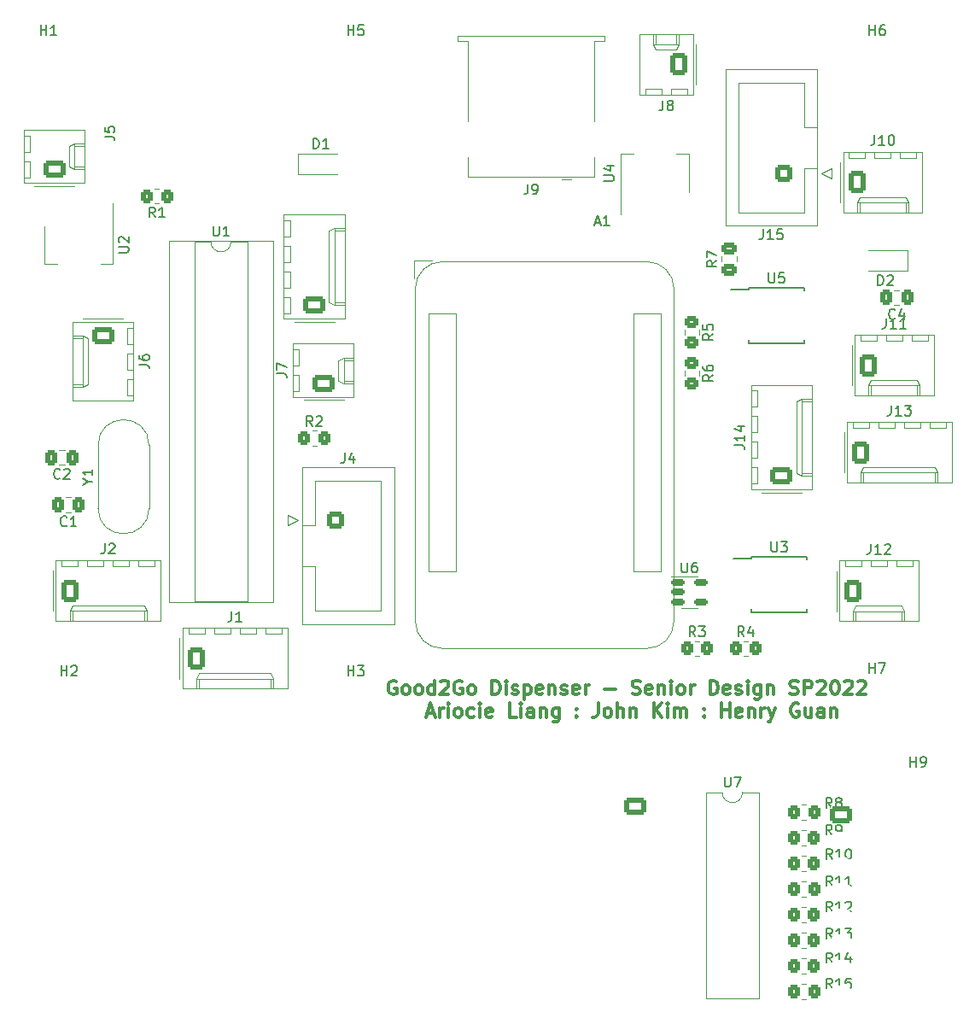
<source format=gto>
%TF.GenerationSoftware,KiCad,Pcbnew,(6.0.1)*%
%TF.CreationDate,2022-03-08T14:51:08-06:00*%
%TF.ProjectId,arliang2_good2go_2,61726c69-616e-4673-925f-676f6f643267,rev?*%
%TF.SameCoordinates,Original*%
%TF.FileFunction,Legend,Top*%
%TF.FilePolarity,Positive*%
%FSLAX46Y46*%
G04 Gerber Fmt 4.6, Leading zero omitted, Abs format (unit mm)*
G04 Created by KiCad (PCBNEW (6.0.1)) date 2022-03-08 14:51:08*
%MOMM*%
%LPD*%
G01*
G04 APERTURE LIST*
G04 Aperture macros list*
%AMRoundRect*
0 Rectangle with rounded corners*
0 $1 Rounding radius*
0 $2 $3 $4 $5 $6 $7 $8 $9 X,Y pos of 4 corners*
0 Add a 4 corners polygon primitive as box body*
4,1,4,$2,$3,$4,$5,$6,$7,$8,$9,$2,$3,0*
0 Add four circle primitives for the rounded corners*
1,1,$1+$1,$2,$3*
1,1,$1+$1,$4,$5*
1,1,$1+$1,$6,$7*
1,1,$1+$1,$8,$9*
0 Add four rect primitives between the rounded corners*
20,1,$1+$1,$2,$3,$4,$5,0*
20,1,$1+$1,$4,$5,$6,$7,0*
20,1,$1+$1,$6,$7,$8,$9,0*
20,1,$1+$1,$8,$9,$2,$3,0*%
G04 Aperture macros list end*
%ADD10C,0.300000*%
%ADD11C,0.150000*%
%ADD12C,0.120000*%
%ADD13RoundRect,0.250000X-0.350000X-0.450000X0.350000X-0.450000X0.350000X0.450000X-0.350000X0.450000X0*%
%ADD14O,1.740000X2.190000*%
%ADD15RoundRect,0.250000X-0.620000X-0.845000X0.620000X-0.845000X0.620000X0.845000X-0.620000X0.845000X0*%
%ADD16C,1.500000*%
%ADD17C,3.200000*%
%ADD18RoundRect,0.250000X0.350000X0.450000X-0.350000X0.450000X-0.350000X-0.450000X0.350000X-0.450000X0*%
%ADD19RoundRect,0.250000X-0.845000X0.620000X-0.845000X-0.620000X0.845000X-0.620000X0.845000X0.620000X0*%
%ADD20O,2.190000X1.740000*%
%ADD21C,2.900000*%
%ADD22R,2.100000X1.900000*%
%ADD23O,2.100000X1.900000*%
%ADD24R,1.600000X1.600000*%
%ADD25O,1.600000X1.600000*%
%ADD26RoundRect,0.250000X0.620000X0.845000X-0.620000X0.845000X-0.620000X-0.845000X0.620000X-0.845000X0*%
%ADD27C,1.700000*%
%ADD28RoundRect,0.250000X0.600000X0.600000X-0.600000X0.600000X-0.600000X-0.600000X0.600000X-0.600000X0*%
%ADD29R,1.700000X0.650000*%
%ADD30RoundRect,0.250000X0.845000X-0.620000X0.845000X0.620000X-0.845000X0.620000X-0.845000X-0.620000X0*%
%ADD31R,0.900000X1.200000*%
%ADD32RoundRect,0.250000X0.337500X0.475000X-0.337500X0.475000X-0.337500X-0.475000X0.337500X-0.475000X0*%
%ADD33RoundRect,0.250000X-0.450000X0.350000X-0.450000X-0.350000X0.450000X-0.350000X0.450000X0.350000X0*%
%ADD34C,1.600000*%
%ADD35C,3.000000*%
%ADD36R,1.500000X2.000000*%
%ADD37R,3.800000X2.000000*%
%ADD38RoundRect,0.250000X-0.600000X-0.600000X0.600000X-0.600000X0.600000X0.600000X-0.600000X0.600000X0*%
%ADD39RoundRect,0.250000X0.475000X-0.337500X0.475000X0.337500X-0.475000X0.337500X-0.475000X-0.337500X0*%
%ADD40RoundRect,0.150000X-0.512500X-0.150000X0.512500X-0.150000X0.512500X0.150000X-0.512500X0.150000X0*%
G04 APERTURE END LIST*
D10*
X136603619Y-108793915D02*
X136470571Y-108727391D01*
X136271000Y-108727391D01*
X136071428Y-108793915D01*
X135938380Y-108926962D01*
X135871857Y-109060010D01*
X135805333Y-109326105D01*
X135805333Y-109525676D01*
X135871857Y-109791772D01*
X135938380Y-109924819D01*
X136071428Y-110057867D01*
X136271000Y-110124391D01*
X136404047Y-110124391D01*
X136603619Y-110057867D01*
X136670142Y-109991343D01*
X136670142Y-109525676D01*
X136404047Y-109525676D01*
X137468428Y-110124391D02*
X137335380Y-110057867D01*
X137268857Y-109991343D01*
X137202333Y-109858295D01*
X137202333Y-109459153D01*
X137268857Y-109326105D01*
X137335380Y-109259581D01*
X137468428Y-109193057D01*
X137668000Y-109193057D01*
X137801047Y-109259581D01*
X137867571Y-109326105D01*
X137934095Y-109459153D01*
X137934095Y-109858295D01*
X137867571Y-109991343D01*
X137801047Y-110057867D01*
X137668000Y-110124391D01*
X137468428Y-110124391D01*
X138732380Y-110124391D02*
X138599333Y-110057867D01*
X138532809Y-109991343D01*
X138466285Y-109858295D01*
X138466285Y-109459153D01*
X138532809Y-109326105D01*
X138599333Y-109259581D01*
X138732380Y-109193057D01*
X138931952Y-109193057D01*
X139065000Y-109259581D01*
X139131523Y-109326105D01*
X139198047Y-109459153D01*
X139198047Y-109858295D01*
X139131523Y-109991343D01*
X139065000Y-110057867D01*
X138931952Y-110124391D01*
X138732380Y-110124391D01*
X140395476Y-110124391D02*
X140395476Y-108727391D01*
X140395476Y-110057867D02*
X140262428Y-110124391D01*
X139996333Y-110124391D01*
X139863285Y-110057867D01*
X139796761Y-109991343D01*
X139730238Y-109858295D01*
X139730238Y-109459153D01*
X139796761Y-109326105D01*
X139863285Y-109259581D01*
X139996333Y-109193057D01*
X140262428Y-109193057D01*
X140395476Y-109259581D01*
X140994190Y-108860438D02*
X141060714Y-108793915D01*
X141193761Y-108727391D01*
X141526380Y-108727391D01*
X141659428Y-108793915D01*
X141725952Y-108860438D01*
X141792476Y-108993486D01*
X141792476Y-109126534D01*
X141725952Y-109326105D01*
X140927666Y-110124391D01*
X141792476Y-110124391D01*
X143122952Y-108793915D02*
X142989904Y-108727391D01*
X142790333Y-108727391D01*
X142590761Y-108793915D01*
X142457714Y-108926962D01*
X142391190Y-109060010D01*
X142324666Y-109326105D01*
X142324666Y-109525676D01*
X142391190Y-109791772D01*
X142457714Y-109924819D01*
X142590761Y-110057867D01*
X142790333Y-110124391D01*
X142923380Y-110124391D01*
X143122952Y-110057867D01*
X143189476Y-109991343D01*
X143189476Y-109525676D01*
X142923380Y-109525676D01*
X143987761Y-110124391D02*
X143854714Y-110057867D01*
X143788190Y-109991343D01*
X143721666Y-109858295D01*
X143721666Y-109459153D01*
X143788190Y-109326105D01*
X143854714Y-109259581D01*
X143987761Y-109193057D01*
X144187333Y-109193057D01*
X144320380Y-109259581D01*
X144386904Y-109326105D01*
X144453428Y-109459153D01*
X144453428Y-109858295D01*
X144386904Y-109991343D01*
X144320380Y-110057867D01*
X144187333Y-110124391D01*
X143987761Y-110124391D01*
X146116523Y-110124391D02*
X146116523Y-108727391D01*
X146449142Y-108727391D01*
X146648714Y-108793915D01*
X146781761Y-108926962D01*
X146848285Y-109060010D01*
X146914809Y-109326105D01*
X146914809Y-109525676D01*
X146848285Y-109791772D01*
X146781761Y-109924819D01*
X146648714Y-110057867D01*
X146449142Y-110124391D01*
X146116523Y-110124391D01*
X147513523Y-110124391D02*
X147513523Y-109193057D01*
X147513523Y-108727391D02*
X147447000Y-108793915D01*
X147513523Y-108860438D01*
X147580047Y-108793915D01*
X147513523Y-108727391D01*
X147513523Y-108860438D01*
X148112238Y-110057867D02*
X148245285Y-110124391D01*
X148511380Y-110124391D01*
X148644428Y-110057867D01*
X148710952Y-109924819D01*
X148710952Y-109858295D01*
X148644428Y-109725248D01*
X148511380Y-109658724D01*
X148311809Y-109658724D01*
X148178761Y-109592200D01*
X148112238Y-109459153D01*
X148112238Y-109392629D01*
X148178761Y-109259581D01*
X148311809Y-109193057D01*
X148511380Y-109193057D01*
X148644428Y-109259581D01*
X149309666Y-109193057D02*
X149309666Y-110590057D01*
X149309666Y-109259581D02*
X149442714Y-109193057D01*
X149708809Y-109193057D01*
X149841857Y-109259581D01*
X149908380Y-109326105D01*
X149974904Y-109459153D01*
X149974904Y-109858295D01*
X149908380Y-109991343D01*
X149841857Y-110057867D01*
X149708809Y-110124391D01*
X149442714Y-110124391D01*
X149309666Y-110057867D01*
X151105809Y-110057867D02*
X150972761Y-110124391D01*
X150706666Y-110124391D01*
X150573619Y-110057867D01*
X150507095Y-109924819D01*
X150507095Y-109392629D01*
X150573619Y-109259581D01*
X150706666Y-109193057D01*
X150972761Y-109193057D01*
X151105809Y-109259581D01*
X151172333Y-109392629D01*
X151172333Y-109525676D01*
X150507095Y-109658724D01*
X151771047Y-109193057D02*
X151771047Y-110124391D01*
X151771047Y-109326105D02*
X151837571Y-109259581D01*
X151970619Y-109193057D01*
X152170190Y-109193057D01*
X152303238Y-109259581D01*
X152369761Y-109392629D01*
X152369761Y-110124391D01*
X152968476Y-110057867D02*
X153101523Y-110124391D01*
X153367619Y-110124391D01*
X153500666Y-110057867D01*
X153567190Y-109924819D01*
X153567190Y-109858295D01*
X153500666Y-109725248D01*
X153367619Y-109658724D01*
X153168047Y-109658724D01*
X153035000Y-109592200D01*
X152968476Y-109459153D01*
X152968476Y-109392629D01*
X153035000Y-109259581D01*
X153168047Y-109193057D01*
X153367619Y-109193057D01*
X153500666Y-109259581D01*
X154698095Y-110057867D02*
X154565047Y-110124391D01*
X154298952Y-110124391D01*
X154165904Y-110057867D01*
X154099380Y-109924819D01*
X154099380Y-109392629D01*
X154165904Y-109259581D01*
X154298952Y-109193057D01*
X154565047Y-109193057D01*
X154698095Y-109259581D01*
X154764619Y-109392629D01*
X154764619Y-109525676D01*
X154099380Y-109658724D01*
X155363333Y-110124391D02*
X155363333Y-109193057D01*
X155363333Y-109459153D02*
X155429857Y-109326105D01*
X155496380Y-109259581D01*
X155629428Y-109193057D01*
X155762476Y-109193057D01*
X157292523Y-109592200D02*
X158356904Y-109592200D01*
X160020000Y-110057867D02*
X160219571Y-110124391D01*
X160552190Y-110124391D01*
X160685238Y-110057867D01*
X160751761Y-109991343D01*
X160818285Y-109858295D01*
X160818285Y-109725248D01*
X160751761Y-109592200D01*
X160685238Y-109525676D01*
X160552190Y-109459153D01*
X160286095Y-109392629D01*
X160153047Y-109326105D01*
X160086523Y-109259581D01*
X160020000Y-109126534D01*
X160020000Y-108993486D01*
X160086523Y-108860438D01*
X160153047Y-108793915D01*
X160286095Y-108727391D01*
X160618714Y-108727391D01*
X160818285Y-108793915D01*
X161949190Y-110057867D02*
X161816142Y-110124391D01*
X161550047Y-110124391D01*
X161417000Y-110057867D01*
X161350476Y-109924819D01*
X161350476Y-109392629D01*
X161417000Y-109259581D01*
X161550047Y-109193057D01*
X161816142Y-109193057D01*
X161949190Y-109259581D01*
X162015714Y-109392629D01*
X162015714Y-109525676D01*
X161350476Y-109658724D01*
X162614428Y-109193057D02*
X162614428Y-110124391D01*
X162614428Y-109326105D02*
X162680952Y-109259581D01*
X162814000Y-109193057D01*
X163013571Y-109193057D01*
X163146619Y-109259581D01*
X163213142Y-109392629D01*
X163213142Y-110124391D01*
X163878380Y-110124391D02*
X163878380Y-109193057D01*
X163878380Y-108727391D02*
X163811857Y-108793915D01*
X163878380Y-108860438D01*
X163944904Y-108793915D01*
X163878380Y-108727391D01*
X163878380Y-108860438D01*
X164743190Y-110124391D02*
X164610142Y-110057867D01*
X164543619Y-109991343D01*
X164477095Y-109858295D01*
X164477095Y-109459153D01*
X164543619Y-109326105D01*
X164610142Y-109259581D01*
X164743190Y-109193057D01*
X164942761Y-109193057D01*
X165075809Y-109259581D01*
X165142333Y-109326105D01*
X165208857Y-109459153D01*
X165208857Y-109858295D01*
X165142333Y-109991343D01*
X165075809Y-110057867D01*
X164942761Y-110124391D01*
X164743190Y-110124391D01*
X165807571Y-110124391D02*
X165807571Y-109193057D01*
X165807571Y-109459153D02*
X165874095Y-109326105D01*
X165940619Y-109259581D01*
X166073666Y-109193057D01*
X166206714Y-109193057D01*
X167736761Y-110124391D02*
X167736761Y-108727391D01*
X168069380Y-108727391D01*
X168268952Y-108793915D01*
X168401999Y-108926962D01*
X168468523Y-109060010D01*
X168535047Y-109326105D01*
X168535047Y-109525676D01*
X168468523Y-109791772D01*
X168401999Y-109924819D01*
X168268952Y-110057867D01*
X168069380Y-110124391D01*
X167736761Y-110124391D01*
X169665952Y-110057867D02*
X169532904Y-110124391D01*
X169266809Y-110124391D01*
X169133761Y-110057867D01*
X169067238Y-109924819D01*
X169067238Y-109392629D01*
X169133761Y-109259581D01*
X169266809Y-109193057D01*
X169532904Y-109193057D01*
X169665952Y-109259581D01*
X169732476Y-109392629D01*
X169732476Y-109525676D01*
X169067238Y-109658724D01*
X170264666Y-110057867D02*
X170397714Y-110124391D01*
X170663809Y-110124391D01*
X170796857Y-110057867D01*
X170863380Y-109924819D01*
X170863380Y-109858295D01*
X170796857Y-109725248D01*
X170663809Y-109658724D01*
X170464238Y-109658724D01*
X170331190Y-109592200D01*
X170264666Y-109459153D01*
X170264666Y-109392629D01*
X170331190Y-109259581D01*
X170464238Y-109193057D01*
X170663809Y-109193057D01*
X170796857Y-109259581D01*
X171462095Y-110124391D02*
X171462095Y-109193057D01*
X171462095Y-108727391D02*
X171395571Y-108793915D01*
X171462095Y-108860438D01*
X171528619Y-108793915D01*
X171462095Y-108727391D01*
X171462095Y-108860438D01*
X172726047Y-109193057D02*
X172726047Y-110323962D01*
X172659523Y-110457010D01*
X172593000Y-110523534D01*
X172459952Y-110590057D01*
X172260380Y-110590057D01*
X172127333Y-110523534D01*
X172726047Y-110057867D02*
X172593000Y-110124391D01*
X172326904Y-110124391D01*
X172193857Y-110057867D01*
X172127333Y-109991343D01*
X172060809Y-109858295D01*
X172060809Y-109459153D01*
X172127333Y-109326105D01*
X172193857Y-109259581D01*
X172326904Y-109193057D01*
X172593000Y-109193057D01*
X172726047Y-109259581D01*
X173391285Y-109193057D02*
X173391285Y-110124391D01*
X173391285Y-109326105D02*
X173457809Y-109259581D01*
X173590857Y-109193057D01*
X173790428Y-109193057D01*
X173923476Y-109259581D01*
X173990000Y-109392629D01*
X173990000Y-110124391D01*
X175653095Y-110057867D02*
X175852666Y-110124391D01*
X176185285Y-110124391D01*
X176318333Y-110057867D01*
X176384857Y-109991343D01*
X176451380Y-109858295D01*
X176451380Y-109725248D01*
X176384857Y-109592200D01*
X176318333Y-109525676D01*
X176185285Y-109459153D01*
X175919190Y-109392629D01*
X175786142Y-109326105D01*
X175719619Y-109259581D01*
X175653095Y-109126534D01*
X175653095Y-108993486D01*
X175719619Y-108860438D01*
X175786142Y-108793915D01*
X175919190Y-108727391D01*
X176251809Y-108727391D01*
X176451380Y-108793915D01*
X177050095Y-110124391D02*
X177050095Y-108727391D01*
X177582285Y-108727391D01*
X177715333Y-108793915D01*
X177781857Y-108860438D01*
X177848380Y-108993486D01*
X177848380Y-109193057D01*
X177781857Y-109326105D01*
X177715333Y-109392629D01*
X177582285Y-109459153D01*
X177050095Y-109459153D01*
X178380571Y-108860438D02*
X178447095Y-108793915D01*
X178580142Y-108727391D01*
X178912761Y-108727391D01*
X179045809Y-108793915D01*
X179112333Y-108860438D01*
X179178857Y-108993486D01*
X179178857Y-109126534D01*
X179112333Y-109326105D01*
X178314047Y-110124391D01*
X179178857Y-110124391D01*
X180043666Y-108727391D02*
X180176714Y-108727391D01*
X180309761Y-108793915D01*
X180376285Y-108860438D01*
X180442809Y-108993486D01*
X180509333Y-109259581D01*
X180509333Y-109592200D01*
X180442809Y-109858295D01*
X180376285Y-109991343D01*
X180309761Y-110057867D01*
X180176714Y-110124391D01*
X180043666Y-110124391D01*
X179910619Y-110057867D01*
X179844095Y-109991343D01*
X179777571Y-109858295D01*
X179711047Y-109592200D01*
X179711047Y-109259581D01*
X179777571Y-108993486D01*
X179844095Y-108860438D01*
X179910619Y-108793915D01*
X180043666Y-108727391D01*
X181041523Y-108860438D02*
X181108047Y-108793915D01*
X181241095Y-108727391D01*
X181573714Y-108727391D01*
X181706761Y-108793915D01*
X181773285Y-108860438D01*
X181839809Y-108993486D01*
X181839809Y-109126534D01*
X181773285Y-109326105D01*
X180975000Y-110124391D01*
X181839809Y-110124391D01*
X182372000Y-108860438D02*
X182438523Y-108793915D01*
X182571571Y-108727391D01*
X182904190Y-108727391D01*
X183037238Y-108793915D01*
X183103761Y-108860438D01*
X183170285Y-108993486D01*
X183170285Y-109126534D01*
X183103761Y-109326105D01*
X182305476Y-110124391D01*
X183170285Y-110124391D01*
X139663714Y-111974418D02*
X140328952Y-111974418D01*
X139530666Y-112373561D02*
X139996333Y-110976561D01*
X140462000Y-112373561D01*
X140927666Y-112373561D02*
X140927666Y-111442227D01*
X140927666Y-111708323D02*
X140994190Y-111575275D01*
X141060714Y-111508751D01*
X141193761Y-111442227D01*
X141326809Y-111442227D01*
X141792476Y-112373561D02*
X141792476Y-111442227D01*
X141792476Y-110976561D02*
X141725952Y-111043085D01*
X141792476Y-111109608D01*
X141859000Y-111043085D01*
X141792476Y-110976561D01*
X141792476Y-111109608D01*
X142657285Y-112373561D02*
X142524238Y-112307037D01*
X142457714Y-112240513D01*
X142391190Y-112107465D01*
X142391190Y-111708323D01*
X142457714Y-111575275D01*
X142524238Y-111508751D01*
X142657285Y-111442227D01*
X142856857Y-111442227D01*
X142989904Y-111508751D01*
X143056428Y-111575275D01*
X143122952Y-111708323D01*
X143122952Y-112107465D01*
X143056428Y-112240513D01*
X142989904Y-112307037D01*
X142856857Y-112373561D01*
X142657285Y-112373561D01*
X144320380Y-112307037D02*
X144187333Y-112373561D01*
X143921238Y-112373561D01*
X143788190Y-112307037D01*
X143721666Y-112240513D01*
X143655142Y-112107465D01*
X143655142Y-111708323D01*
X143721666Y-111575275D01*
X143788190Y-111508751D01*
X143921238Y-111442227D01*
X144187333Y-111442227D01*
X144320380Y-111508751D01*
X144919095Y-112373561D02*
X144919095Y-111442227D01*
X144919095Y-110976561D02*
X144852571Y-111043085D01*
X144919095Y-111109608D01*
X144985619Y-111043085D01*
X144919095Y-110976561D01*
X144919095Y-111109608D01*
X146116523Y-112307037D02*
X145983476Y-112373561D01*
X145717380Y-112373561D01*
X145584333Y-112307037D01*
X145517809Y-112173989D01*
X145517809Y-111641799D01*
X145584333Y-111508751D01*
X145717380Y-111442227D01*
X145983476Y-111442227D01*
X146116523Y-111508751D01*
X146183047Y-111641799D01*
X146183047Y-111774846D01*
X145517809Y-111907894D01*
X148511380Y-112373561D02*
X147846142Y-112373561D01*
X147846142Y-110976561D01*
X148977047Y-112373561D02*
X148977047Y-111442227D01*
X148977047Y-110976561D02*
X148910523Y-111043085D01*
X148977047Y-111109608D01*
X149043571Y-111043085D01*
X148977047Y-110976561D01*
X148977047Y-111109608D01*
X150241000Y-112373561D02*
X150241000Y-111641799D01*
X150174476Y-111508751D01*
X150041428Y-111442227D01*
X149775333Y-111442227D01*
X149642285Y-111508751D01*
X150241000Y-112307037D02*
X150107952Y-112373561D01*
X149775333Y-112373561D01*
X149642285Y-112307037D01*
X149575761Y-112173989D01*
X149575761Y-112040942D01*
X149642285Y-111907894D01*
X149775333Y-111841370D01*
X150107952Y-111841370D01*
X150241000Y-111774846D01*
X150906238Y-111442227D02*
X150906238Y-112373561D01*
X150906238Y-111575275D02*
X150972761Y-111508751D01*
X151105809Y-111442227D01*
X151305380Y-111442227D01*
X151438428Y-111508751D01*
X151504952Y-111641799D01*
X151504952Y-112373561D01*
X152768904Y-111442227D02*
X152768904Y-112573132D01*
X152702380Y-112706180D01*
X152635857Y-112772704D01*
X152502809Y-112839227D01*
X152303238Y-112839227D01*
X152170190Y-112772704D01*
X152768904Y-112307037D02*
X152635857Y-112373561D01*
X152369761Y-112373561D01*
X152236714Y-112307037D01*
X152170190Y-112240513D01*
X152103666Y-112107465D01*
X152103666Y-111708323D01*
X152170190Y-111575275D01*
X152236714Y-111508751D01*
X152369761Y-111442227D01*
X152635857Y-111442227D01*
X152768904Y-111508751D01*
X154498523Y-112240513D02*
X154565047Y-112307037D01*
X154498523Y-112373561D01*
X154432000Y-112307037D01*
X154498523Y-112240513D01*
X154498523Y-112373561D01*
X154498523Y-111508751D02*
X154565047Y-111575275D01*
X154498523Y-111641799D01*
X154432000Y-111575275D01*
X154498523Y-111508751D01*
X154498523Y-111641799D01*
X156627285Y-110976561D02*
X156627285Y-111974418D01*
X156560761Y-112173989D01*
X156427714Y-112307037D01*
X156228142Y-112373561D01*
X156095095Y-112373561D01*
X157492095Y-112373561D02*
X157359047Y-112307037D01*
X157292523Y-112240513D01*
X157226000Y-112107465D01*
X157226000Y-111708323D01*
X157292523Y-111575275D01*
X157359047Y-111508751D01*
X157492095Y-111442227D01*
X157691666Y-111442227D01*
X157824714Y-111508751D01*
X157891238Y-111575275D01*
X157957761Y-111708323D01*
X157957761Y-112107465D01*
X157891238Y-112240513D01*
X157824714Y-112307037D01*
X157691666Y-112373561D01*
X157492095Y-112373561D01*
X158556476Y-112373561D02*
X158556476Y-110976561D01*
X159155190Y-112373561D02*
X159155190Y-111641799D01*
X159088666Y-111508751D01*
X158955619Y-111442227D01*
X158756047Y-111442227D01*
X158623000Y-111508751D01*
X158556476Y-111575275D01*
X159820428Y-111442227D02*
X159820428Y-112373561D01*
X159820428Y-111575275D02*
X159886952Y-111508751D01*
X160020000Y-111442227D01*
X160219571Y-111442227D01*
X160352619Y-111508751D01*
X160419142Y-111641799D01*
X160419142Y-112373561D01*
X162148761Y-112373561D02*
X162148761Y-110976561D01*
X162947047Y-112373561D02*
X162348333Y-111575275D01*
X162947047Y-110976561D02*
X162148761Y-111774846D01*
X163545761Y-112373561D02*
X163545761Y-111442227D01*
X163545761Y-110976561D02*
X163479238Y-111043085D01*
X163545761Y-111109608D01*
X163612285Y-111043085D01*
X163545761Y-110976561D01*
X163545761Y-111109608D01*
X164211000Y-112373561D02*
X164211000Y-111442227D01*
X164211000Y-111575275D02*
X164277523Y-111508751D01*
X164410571Y-111442227D01*
X164610142Y-111442227D01*
X164743190Y-111508751D01*
X164809714Y-111641799D01*
X164809714Y-112373561D01*
X164809714Y-111641799D02*
X164876238Y-111508751D01*
X165009285Y-111442227D01*
X165208857Y-111442227D01*
X165341904Y-111508751D01*
X165408428Y-111641799D01*
X165408428Y-112373561D01*
X167138047Y-112240513D02*
X167204571Y-112307037D01*
X167138047Y-112373561D01*
X167071523Y-112307037D01*
X167138047Y-112240513D01*
X167138047Y-112373561D01*
X167138047Y-111508751D02*
X167204571Y-111575275D01*
X167138047Y-111641799D01*
X167071523Y-111575275D01*
X167138047Y-111508751D01*
X167138047Y-111641799D01*
X168867666Y-112373561D02*
X168867666Y-110976561D01*
X168867666Y-111641799D02*
X169665952Y-111641799D01*
X169665952Y-112373561D02*
X169665952Y-110976561D01*
X170863380Y-112307037D02*
X170730333Y-112373561D01*
X170464238Y-112373561D01*
X170331190Y-112307037D01*
X170264666Y-112173989D01*
X170264666Y-111641799D01*
X170331190Y-111508751D01*
X170464238Y-111442227D01*
X170730333Y-111442227D01*
X170863380Y-111508751D01*
X170929904Y-111641799D01*
X170929904Y-111774846D01*
X170264666Y-111907894D01*
X171528619Y-111442227D02*
X171528619Y-112373561D01*
X171528619Y-111575275D02*
X171595142Y-111508751D01*
X171728190Y-111442227D01*
X171927761Y-111442227D01*
X172060809Y-111508751D01*
X172127333Y-111641799D01*
X172127333Y-112373561D01*
X172792571Y-112373561D02*
X172792571Y-111442227D01*
X172792571Y-111708323D02*
X172859095Y-111575275D01*
X172925619Y-111508751D01*
X173058666Y-111442227D01*
X173191714Y-111442227D01*
X173524333Y-111442227D02*
X173856952Y-112373561D01*
X174189571Y-111442227D02*
X173856952Y-112373561D01*
X173723904Y-112706180D01*
X173657380Y-112772704D01*
X173524333Y-112839227D01*
X176517904Y-111043085D02*
X176384857Y-110976561D01*
X176185285Y-110976561D01*
X175985714Y-111043085D01*
X175852666Y-111176132D01*
X175786142Y-111309180D01*
X175719619Y-111575275D01*
X175719619Y-111774846D01*
X175786142Y-112040942D01*
X175852666Y-112173989D01*
X175985714Y-112307037D01*
X176185285Y-112373561D01*
X176318333Y-112373561D01*
X176517904Y-112307037D01*
X176584428Y-112240513D01*
X176584428Y-111774846D01*
X176318333Y-111774846D01*
X177781857Y-111442227D02*
X177781857Y-112373561D01*
X177183142Y-111442227D02*
X177183142Y-112173989D01*
X177249666Y-112307037D01*
X177382714Y-112373561D01*
X177582285Y-112373561D01*
X177715333Y-112307037D01*
X177781857Y-112240513D01*
X179045809Y-112373561D02*
X179045809Y-111641799D01*
X178979285Y-111508751D01*
X178846238Y-111442227D01*
X178580142Y-111442227D01*
X178447095Y-111508751D01*
X179045809Y-112307037D02*
X178912761Y-112373561D01*
X178580142Y-112373561D01*
X178447095Y-112307037D01*
X178380571Y-112173989D01*
X178380571Y-112040942D01*
X178447095Y-111907894D01*
X178580142Y-111841370D01*
X178912761Y-111841370D01*
X179045809Y-111774846D01*
X179711047Y-111442227D02*
X179711047Y-112373561D01*
X179711047Y-111575275D02*
X179777571Y-111508751D01*
X179910619Y-111442227D01*
X180110190Y-111442227D01*
X180243238Y-111508751D01*
X180309761Y-111641799D01*
X180309761Y-112373561D01*
D11*
%TO.C,R11*%
X179834142Y-129103380D02*
X179500809Y-128627190D01*
X179262714Y-129103380D02*
X179262714Y-128103380D01*
X179643666Y-128103380D01*
X179738904Y-128151000D01*
X179786523Y-128198619D01*
X179834142Y-128293857D01*
X179834142Y-128436714D01*
X179786523Y-128531952D01*
X179738904Y-128579571D01*
X179643666Y-128627190D01*
X179262714Y-128627190D01*
X180786523Y-129103380D02*
X180215095Y-129103380D01*
X180500809Y-129103380D02*
X180500809Y-128103380D01*
X180405571Y-128246238D01*
X180310333Y-128341476D01*
X180215095Y-128389095D01*
X181738904Y-129103380D02*
X181167476Y-129103380D01*
X181453190Y-129103380D02*
X181453190Y-128103380D01*
X181357952Y-128246238D01*
X181262714Y-128341476D01*
X181167476Y-128389095D01*
%TO.C,J12*%
X183660987Y-95203869D02*
X183660987Y-95918155D01*
X183613368Y-96061012D01*
X183518130Y-96156250D01*
X183375272Y-96203869D01*
X183280034Y-96203869D01*
X184660987Y-96203869D02*
X184089558Y-96203869D01*
X184375272Y-96203869D02*
X184375272Y-95203869D01*
X184280034Y-95346727D01*
X184184796Y-95441965D01*
X184089558Y-95489584D01*
X185041939Y-95299108D02*
X185089558Y-95251489D01*
X185184796Y-95203869D01*
X185422891Y-95203869D01*
X185518130Y-95251489D01*
X185565749Y-95299108D01*
X185613368Y-95394346D01*
X185613368Y-95489584D01*
X185565749Y-95632441D01*
X184994320Y-96203869D01*
X185613368Y-96203869D01*
%TO.C,R4*%
X171095844Y-104363869D02*
X170762511Y-103887679D01*
X170524415Y-104363869D02*
X170524415Y-103363869D01*
X170905368Y-103363869D01*
X171000606Y-103411489D01*
X171048225Y-103459108D01*
X171095844Y-103554346D01*
X171095844Y-103697203D01*
X171048225Y-103792441D01*
X171000606Y-103840060D01*
X170905368Y-103887679D01*
X170524415Y-103887679D01*
X171952987Y-103697203D02*
X171952987Y-104363869D01*
X171714891Y-103316250D02*
X171476796Y-104030536D01*
X172095844Y-104030536D01*
%TO.C,Y1*%
X106016701Y-89005190D02*
X106492891Y-89005190D01*
X105492891Y-89338523D02*
X106016701Y-89005190D01*
X105492891Y-88671857D01*
X106492891Y-87814714D02*
X106492891Y-88386142D01*
X106492891Y-88100428D02*
X105492891Y-88100428D01*
X105635749Y-88195666D01*
X105730987Y-88290904D01*
X105778606Y-88386142D01*
%TO.C,R14*%
X179834142Y-136723380D02*
X179500809Y-136247190D01*
X179262714Y-136723380D02*
X179262714Y-135723380D01*
X179643666Y-135723380D01*
X179738904Y-135771000D01*
X179786523Y-135818619D01*
X179834142Y-135913857D01*
X179834142Y-136056714D01*
X179786523Y-136151952D01*
X179738904Y-136199571D01*
X179643666Y-136247190D01*
X179262714Y-136247190D01*
X180786523Y-136723380D02*
X180215095Y-136723380D01*
X180500809Y-136723380D02*
X180500809Y-135723380D01*
X180405571Y-135866238D01*
X180310333Y-135961476D01*
X180215095Y-136009095D01*
X181643666Y-136056714D02*
X181643666Y-136723380D01*
X181405571Y-135675761D02*
X181167476Y-136390047D01*
X181786523Y-136390047D01*
%TO.C,H2*%
X103378095Y-108266380D02*
X103378095Y-107266380D01*
X103378095Y-107742571D02*
X103949523Y-107742571D01*
X103949523Y-108266380D02*
X103949523Y-107266380D01*
X104378095Y-107361619D02*
X104425714Y-107314000D01*
X104520952Y-107266380D01*
X104759047Y-107266380D01*
X104854285Y-107314000D01*
X104901904Y-107361619D01*
X104949523Y-107456857D01*
X104949523Y-107552095D01*
X104901904Y-107694952D01*
X104330476Y-108266380D01*
X104949523Y-108266380D01*
%TO.C,R1*%
X112700844Y-62808380D02*
X112367511Y-62332190D01*
X112129415Y-62808380D02*
X112129415Y-61808380D01*
X112510368Y-61808380D01*
X112605606Y-61856000D01*
X112653225Y-61903619D01*
X112700844Y-61998857D01*
X112700844Y-62141714D01*
X112653225Y-62236952D01*
X112605606Y-62284571D01*
X112510368Y-62332190D01*
X112129415Y-62332190D01*
X113653225Y-62808380D02*
X113081796Y-62808380D01*
X113367511Y-62808380D02*
X113367511Y-61808380D01*
X113272272Y-61951238D01*
X113177034Y-62046476D01*
X113081796Y-62094095D01*
%TO.C,H9*%
X187579095Y-117283380D02*
X187579095Y-116283380D01*
X187579095Y-116759571D02*
X188150523Y-116759571D01*
X188150523Y-117283380D02*
X188150523Y-116283380D01*
X188674333Y-117283380D02*
X188864809Y-117283380D01*
X188960047Y-117235761D01*
X189007666Y-117188142D01*
X189102904Y-117045285D01*
X189150523Y-116854809D01*
X189150523Y-116473857D01*
X189102904Y-116378619D01*
X189055285Y-116331000D01*
X188960047Y-116283380D01*
X188769571Y-116283380D01*
X188674333Y-116331000D01*
X188626714Y-116378619D01*
X188579095Y-116473857D01*
X188579095Y-116711952D01*
X188626714Y-116807190D01*
X188674333Y-116854809D01*
X188769571Y-116902428D01*
X188960047Y-116902428D01*
X189055285Y-116854809D01*
X189102904Y-116807190D01*
X189150523Y-116711952D01*
%TO.C,A1*%
X156324225Y-63326155D02*
X156800415Y-63326155D01*
X156228987Y-63611869D02*
X156562320Y-62611869D01*
X156895653Y-63611869D01*
X157752796Y-63611869D02*
X157181368Y-63611869D01*
X157467082Y-63611869D02*
X157467082Y-62611869D01*
X157371844Y-62754727D01*
X157276606Y-62849965D01*
X157181368Y-62897584D01*
%TO.C,U1*%
X118465606Y-63680380D02*
X118465606Y-64489904D01*
X118513225Y-64585142D01*
X118560844Y-64632761D01*
X118656082Y-64680380D01*
X118846558Y-64680380D01*
X118941796Y-64632761D01*
X118989415Y-64585142D01*
X119037034Y-64489904D01*
X119037034Y-63680380D01*
X120037034Y-64680380D02*
X119465606Y-64680380D01*
X119751320Y-64680380D02*
X119751320Y-63680380D01*
X119656082Y-63823238D01*
X119560844Y-63918476D01*
X119465606Y-63966095D01*
%TO.C,J8*%
X163055177Y-51221869D02*
X163055177Y-51936155D01*
X163007558Y-52079012D01*
X162912320Y-52174250D01*
X162769463Y-52221869D01*
X162674225Y-52221869D01*
X163674225Y-51650441D02*
X163578987Y-51602822D01*
X163531368Y-51555203D01*
X163483749Y-51459965D01*
X163483749Y-51412346D01*
X163531368Y-51317108D01*
X163578987Y-51269489D01*
X163674225Y-51221869D01*
X163864701Y-51221869D01*
X163959939Y-51269489D01*
X164007558Y-51317108D01*
X164055177Y-51412346D01*
X164055177Y-51459965D01*
X164007558Y-51555203D01*
X163959939Y-51602822D01*
X163864701Y-51650441D01*
X163674225Y-51650441D01*
X163578987Y-51698060D01*
X163531368Y-51745679D01*
X163483749Y-51840917D01*
X163483749Y-52031393D01*
X163531368Y-52126631D01*
X163578987Y-52174250D01*
X163674225Y-52221869D01*
X163864701Y-52221869D01*
X163959939Y-52174250D01*
X164007558Y-52126631D01*
X164055177Y-52031393D01*
X164055177Y-51840917D01*
X164007558Y-51745679D01*
X163959939Y-51698060D01*
X163864701Y-51650441D01*
%TO.C,J2*%
X107708177Y-95154380D02*
X107708177Y-95868666D01*
X107660558Y-96011523D01*
X107565320Y-96106761D01*
X107422463Y-96154380D01*
X107327225Y-96154380D01*
X108136749Y-95249619D02*
X108184368Y-95202000D01*
X108279606Y-95154380D01*
X108517701Y-95154380D01*
X108612939Y-95202000D01*
X108660558Y-95249619D01*
X108708177Y-95344857D01*
X108708177Y-95440095D01*
X108660558Y-95582952D01*
X108089130Y-96154380D01*
X108708177Y-96154380D01*
%TO.C,J15*%
X172992987Y-63996869D02*
X172992987Y-64711155D01*
X172945368Y-64854012D01*
X172850130Y-64949250D01*
X172707272Y-64996869D01*
X172612034Y-64996869D01*
X173992987Y-64996869D02*
X173421558Y-64996869D01*
X173707272Y-64996869D02*
X173707272Y-63996869D01*
X173612034Y-64139727D01*
X173516796Y-64234965D01*
X173421558Y-64282584D01*
X174897749Y-63996869D02*
X174421558Y-63996869D01*
X174373939Y-64473060D01*
X174421558Y-64425441D01*
X174516796Y-64377822D01*
X174754891Y-64377822D01*
X174850130Y-64425441D01*
X174897749Y-64473060D01*
X174945368Y-64568298D01*
X174945368Y-64806393D01*
X174897749Y-64901631D01*
X174850130Y-64949250D01*
X174754891Y-64996869D01*
X174516796Y-64996869D01*
X174421558Y-64949250D01*
X174373939Y-64901631D01*
%TO.C,H10*%
X157638904Y-138374380D02*
X157638904Y-137374380D01*
X157638904Y-137850571D02*
X158210333Y-137850571D01*
X158210333Y-138374380D02*
X158210333Y-137374380D01*
X159210333Y-138374380D02*
X158638904Y-138374380D01*
X158924619Y-138374380D02*
X158924619Y-137374380D01*
X158829380Y-137517238D01*
X158734142Y-137612476D01*
X158638904Y-137660095D01*
X159829380Y-137374380D02*
X159924619Y-137374380D01*
X160019857Y-137422000D01*
X160067476Y-137469619D01*
X160115095Y-137564857D01*
X160162714Y-137755333D01*
X160162714Y-137993428D01*
X160115095Y-138183904D01*
X160067476Y-138279142D01*
X160019857Y-138326761D01*
X159924619Y-138374380D01*
X159829380Y-138374380D01*
X159734142Y-138326761D01*
X159686523Y-138279142D01*
X159638904Y-138183904D01*
X159591285Y-137993428D01*
X159591285Y-137755333D01*
X159638904Y-137564857D01*
X159686523Y-137469619D01*
X159734142Y-137422000D01*
X159829380Y-137374380D01*
%TO.C,U5*%
X173548606Y-68308869D02*
X173548606Y-69118393D01*
X173596225Y-69213631D01*
X173643844Y-69261250D01*
X173739082Y-69308869D01*
X173929558Y-69308869D01*
X174024796Y-69261250D01*
X174072415Y-69213631D01*
X174120034Y-69118393D01*
X174120034Y-68308869D01*
X175072415Y-68308869D02*
X174596225Y-68308869D01*
X174548606Y-68785060D01*
X174596225Y-68737441D01*
X174691463Y-68689822D01*
X174929558Y-68689822D01*
X175024796Y-68737441D01*
X175072415Y-68785060D01*
X175120034Y-68880298D01*
X175120034Y-69118393D01*
X175072415Y-69213631D01*
X175024796Y-69261250D01*
X174929558Y-69308869D01*
X174691463Y-69308869D01*
X174596225Y-69261250D01*
X174548606Y-69213631D01*
%TO.C,D2*%
X184367415Y-69532869D02*
X184367415Y-68532869D01*
X184605511Y-68532869D01*
X184748368Y-68580489D01*
X184843606Y-68675727D01*
X184891225Y-68770965D01*
X184938844Y-68961441D01*
X184938844Y-69104298D01*
X184891225Y-69294774D01*
X184843606Y-69390012D01*
X184748368Y-69485250D01*
X184605511Y-69532869D01*
X184367415Y-69532869D01*
X185319796Y-68628108D02*
X185367415Y-68580489D01*
X185462653Y-68532869D01*
X185700749Y-68532869D01*
X185795987Y-68580489D01*
X185843606Y-68628108D01*
X185891225Y-68723346D01*
X185891225Y-68818584D01*
X185843606Y-68961441D01*
X185272177Y-69532869D01*
X185891225Y-69532869D01*
%TO.C,H1*%
X101346095Y-44766380D02*
X101346095Y-43766380D01*
X101346095Y-44242571D02*
X101917523Y-44242571D01*
X101917523Y-44766380D02*
X101917523Y-43766380D01*
X102917523Y-44766380D02*
X102346095Y-44766380D01*
X102631809Y-44766380D02*
X102631809Y-43766380D01*
X102536571Y-43909238D01*
X102441333Y-44004476D01*
X102346095Y-44052095D01*
%TO.C,H5*%
X131826095Y-44766380D02*
X131826095Y-43766380D01*
X131826095Y-44242571D02*
X132397523Y-44242571D01*
X132397523Y-44766380D02*
X132397523Y-43766380D01*
X133349904Y-43766380D02*
X132873714Y-43766380D01*
X132826095Y-44242571D01*
X132873714Y-44194952D01*
X132968952Y-44147333D01*
X133207047Y-44147333D01*
X133302285Y-44194952D01*
X133349904Y-44242571D01*
X133397523Y-44337809D01*
X133397523Y-44575904D01*
X133349904Y-44671142D01*
X133302285Y-44718761D01*
X133207047Y-44766380D01*
X132968952Y-44766380D01*
X132873714Y-44718761D01*
X132826095Y-44671142D01*
%TO.C,C4*%
X186081844Y-72800631D02*
X186034225Y-72848250D01*
X185891368Y-72895869D01*
X185796130Y-72895869D01*
X185653272Y-72848250D01*
X185558034Y-72753012D01*
X185510415Y-72657774D01*
X185462796Y-72467298D01*
X185462796Y-72324441D01*
X185510415Y-72133965D01*
X185558034Y-72038727D01*
X185653272Y-71943489D01*
X185796130Y-71895869D01*
X185891368Y-71895869D01*
X186034225Y-71943489D01*
X186081844Y-71991108D01*
X186938987Y-72229203D02*
X186938987Y-72895869D01*
X186700891Y-71848250D02*
X186462796Y-72562536D01*
X187081844Y-72562536D01*
%TO.C,C2*%
X103281344Y-88651142D02*
X103233725Y-88698761D01*
X103090868Y-88746380D01*
X102995630Y-88746380D01*
X102852772Y-88698761D01*
X102757534Y-88603523D01*
X102709915Y-88508285D01*
X102662296Y-88317809D01*
X102662296Y-88174952D01*
X102709915Y-87984476D01*
X102757534Y-87889238D01*
X102852772Y-87794000D01*
X102995630Y-87746380D01*
X103090868Y-87746380D01*
X103233725Y-87794000D01*
X103281344Y-87841619D01*
X103662296Y-87841619D02*
X103709915Y-87794000D01*
X103805153Y-87746380D01*
X104043249Y-87746380D01*
X104138487Y-87794000D01*
X104186106Y-87841619D01*
X104233725Y-87936857D01*
X104233725Y-88032095D01*
X104186106Y-88174952D01*
X103614677Y-88746380D01*
X104233725Y-88746380D01*
%TO.C,R13*%
X179834142Y-134310380D02*
X179500809Y-133834190D01*
X179262714Y-134310380D02*
X179262714Y-133310380D01*
X179643666Y-133310380D01*
X179738904Y-133358000D01*
X179786523Y-133405619D01*
X179834142Y-133500857D01*
X179834142Y-133643714D01*
X179786523Y-133738952D01*
X179738904Y-133786571D01*
X179643666Y-133834190D01*
X179262714Y-133834190D01*
X180786523Y-134310380D02*
X180215095Y-134310380D01*
X180500809Y-134310380D02*
X180500809Y-133310380D01*
X180405571Y-133453238D01*
X180310333Y-133548476D01*
X180215095Y-133596095D01*
X181119857Y-133310380D02*
X181738904Y-133310380D01*
X181405571Y-133691333D01*
X181548428Y-133691333D01*
X181643666Y-133738952D01*
X181691285Y-133786571D01*
X181738904Y-133881809D01*
X181738904Y-134119904D01*
X181691285Y-134215142D01*
X181643666Y-134262761D01*
X181548428Y-134310380D01*
X181262714Y-134310380D01*
X181167476Y-134262761D01*
X181119857Y-134215142D01*
%TO.C,H3*%
X131826095Y-108266380D02*
X131826095Y-107266380D01*
X131826095Y-107742571D02*
X132397523Y-107742571D01*
X132397523Y-108266380D02*
X132397523Y-107266380D01*
X132778476Y-107266380D02*
X133397523Y-107266380D01*
X133064190Y-107647333D01*
X133207047Y-107647333D01*
X133302285Y-107694952D01*
X133349904Y-107742571D01*
X133397523Y-107837809D01*
X133397523Y-108075904D01*
X133349904Y-108171142D01*
X133302285Y-108218761D01*
X133207047Y-108266380D01*
X132921333Y-108266380D01*
X132826095Y-108218761D01*
X132778476Y-108171142D01*
%TO.C,R6*%
X168030891Y-78423155D02*
X167554701Y-78756489D01*
X168030891Y-78994584D02*
X167030891Y-78994584D01*
X167030891Y-78613631D01*
X167078511Y-78518393D01*
X167126130Y-78470774D01*
X167221368Y-78423155D01*
X167364225Y-78423155D01*
X167459463Y-78470774D01*
X167507082Y-78518393D01*
X167554701Y-78613631D01*
X167554701Y-78994584D01*
X167030891Y-77566012D02*
X167030891Y-77756489D01*
X167078511Y-77851727D01*
X167126130Y-77899346D01*
X167268987Y-77994584D01*
X167459463Y-78042203D01*
X167840415Y-78042203D01*
X167935653Y-77994584D01*
X167983272Y-77946965D01*
X168030891Y-77851727D01*
X168030891Y-77661250D01*
X167983272Y-77566012D01*
X167935653Y-77518393D01*
X167840415Y-77470774D01*
X167602320Y-77470774D01*
X167507082Y-77518393D01*
X167459463Y-77566012D01*
X167411844Y-77661250D01*
X167411844Y-77851727D01*
X167459463Y-77946965D01*
X167507082Y-77994584D01*
X167602320Y-78042203D01*
%TO.C,J9*%
X149649177Y-59521869D02*
X149649177Y-60236155D01*
X149601558Y-60379012D01*
X149506320Y-60474250D01*
X149363463Y-60521869D01*
X149268225Y-60521869D01*
X150172987Y-60521869D02*
X150363463Y-60521869D01*
X150458701Y-60474250D01*
X150506320Y-60426631D01*
X150601558Y-60283774D01*
X150649177Y-60093298D01*
X150649177Y-59712346D01*
X150601558Y-59617108D01*
X150553939Y-59569489D01*
X150458701Y-59521869D01*
X150268225Y-59521869D01*
X150172987Y-59569489D01*
X150125368Y-59617108D01*
X150077749Y-59712346D01*
X150077749Y-59950441D01*
X150125368Y-60045679D01*
X150172987Y-60093298D01*
X150268225Y-60140917D01*
X150458701Y-60140917D01*
X150553939Y-60093298D01*
X150601558Y-60045679D01*
X150649177Y-59950441D01*
%TO.C,U2*%
X109072891Y-66293904D02*
X109882415Y-66293904D01*
X109977653Y-66246285D01*
X110025272Y-66198666D01*
X110072891Y-66103428D01*
X110072891Y-65912952D01*
X110025272Y-65817714D01*
X109977653Y-65770095D01*
X109882415Y-65722476D01*
X109072891Y-65722476D01*
X109168130Y-65293904D02*
X109120511Y-65246285D01*
X109072891Y-65151047D01*
X109072891Y-64912952D01*
X109120511Y-64817714D01*
X109168130Y-64770095D01*
X109263368Y-64722476D01*
X109358606Y-64722476D01*
X109501463Y-64770095D01*
X110072891Y-65341523D01*
X110072891Y-64722476D01*
%TO.C,R8*%
X179802333Y-121356380D02*
X179469000Y-120880190D01*
X179230904Y-121356380D02*
X179230904Y-120356380D01*
X179611857Y-120356380D01*
X179707095Y-120404000D01*
X179754714Y-120451619D01*
X179802333Y-120546857D01*
X179802333Y-120689714D01*
X179754714Y-120784952D01*
X179707095Y-120832571D01*
X179611857Y-120880190D01*
X179230904Y-120880190D01*
X180373761Y-120784952D02*
X180278523Y-120737333D01*
X180230904Y-120689714D01*
X180183285Y-120594476D01*
X180183285Y-120546857D01*
X180230904Y-120451619D01*
X180278523Y-120404000D01*
X180373761Y-120356380D01*
X180564238Y-120356380D01*
X180659476Y-120404000D01*
X180707095Y-120451619D01*
X180754714Y-120546857D01*
X180754714Y-120594476D01*
X180707095Y-120689714D01*
X180659476Y-120737333D01*
X180564238Y-120784952D01*
X180373761Y-120784952D01*
X180278523Y-120832571D01*
X180230904Y-120880190D01*
X180183285Y-120975428D01*
X180183285Y-121165904D01*
X180230904Y-121261142D01*
X180278523Y-121308761D01*
X180373761Y-121356380D01*
X180564238Y-121356380D01*
X180659476Y-121308761D01*
X180707095Y-121261142D01*
X180754714Y-121165904D01*
X180754714Y-120975428D01*
X180707095Y-120880190D01*
X180659476Y-120832571D01*
X180564238Y-120784952D01*
%TO.C,J13*%
X185692987Y-81462869D02*
X185692987Y-82177155D01*
X185645368Y-82320012D01*
X185550130Y-82415250D01*
X185407272Y-82462869D01*
X185312034Y-82462869D01*
X186692987Y-82462869D02*
X186121558Y-82462869D01*
X186407272Y-82462869D02*
X186407272Y-81462869D01*
X186312034Y-81605727D01*
X186216796Y-81700965D01*
X186121558Y-81748584D01*
X187026320Y-81462869D02*
X187645368Y-81462869D01*
X187312034Y-81843822D01*
X187454891Y-81843822D01*
X187550130Y-81891441D01*
X187597749Y-81939060D01*
X187645368Y-82034298D01*
X187645368Y-82272393D01*
X187597749Y-82367631D01*
X187550130Y-82415250D01*
X187454891Y-82462869D01*
X187169177Y-82462869D01*
X187073939Y-82415250D01*
X187026320Y-82367631D01*
%TO.C,J1*%
X120281177Y-101885380D02*
X120281177Y-102599666D01*
X120233558Y-102742523D01*
X120138320Y-102837761D01*
X119995463Y-102885380D01*
X119900225Y-102885380D01*
X121281177Y-102885380D02*
X120709749Y-102885380D01*
X120995463Y-102885380D02*
X120995463Y-101885380D01*
X120900225Y-102028238D01*
X120804987Y-102123476D01*
X120709749Y-102171095D01*
%TO.C,J4*%
X131502166Y-86184380D02*
X131502166Y-86898666D01*
X131454547Y-87041523D01*
X131359309Y-87136761D01*
X131216452Y-87184380D01*
X131121214Y-87184380D01*
X132406928Y-86517714D02*
X132406928Y-87184380D01*
X132168833Y-86136761D02*
X131930738Y-86851047D01*
X132549785Y-86851047D01*
%TO.C,H7*%
X183515095Y-108012380D02*
X183515095Y-107012380D01*
X183515095Y-107488571D02*
X184086523Y-107488571D01*
X184086523Y-108012380D02*
X184086523Y-107012380D01*
X184467476Y-107012380D02*
X185134142Y-107012380D01*
X184705571Y-108012380D01*
%TO.C,J10*%
X184041987Y-54665869D02*
X184041987Y-55380155D01*
X183994368Y-55523012D01*
X183899130Y-55618250D01*
X183756272Y-55665869D01*
X183661034Y-55665869D01*
X185041987Y-55665869D02*
X184470558Y-55665869D01*
X184756272Y-55665869D02*
X184756272Y-54665869D01*
X184661034Y-54808727D01*
X184565796Y-54903965D01*
X184470558Y-54951584D01*
X185661034Y-54665869D02*
X185756272Y-54665869D01*
X185851511Y-54713489D01*
X185899130Y-54761108D01*
X185946749Y-54856346D01*
X185994368Y-55046822D01*
X185994368Y-55284917D01*
X185946749Y-55475393D01*
X185899130Y-55570631D01*
X185851511Y-55618250D01*
X185756272Y-55665869D01*
X185661034Y-55665869D01*
X185565796Y-55618250D01*
X185518177Y-55570631D01*
X185470558Y-55475393D01*
X185422939Y-55284917D01*
X185422939Y-55046822D01*
X185470558Y-54856346D01*
X185518177Y-54761108D01*
X185565796Y-54713489D01*
X185661034Y-54665869D01*
%TO.C,U7*%
X169180095Y-118280380D02*
X169180095Y-119089904D01*
X169227714Y-119185142D01*
X169275333Y-119232761D01*
X169370571Y-119280380D01*
X169561047Y-119280380D01*
X169656285Y-119232761D01*
X169703904Y-119185142D01*
X169751523Y-119089904D01*
X169751523Y-118280380D01*
X170132476Y-118280380D02*
X170799142Y-118280380D01*
X170370571Y-119280380D01*
%TO.C,R15*%
X179834142Y-139263380D02*
X179500809Y-138787190D01*
X179262714Y-139263380D02*
X179262714Y-138263380D01*
X179643666Y-138263380D01*
X179738904Y-138311000D01*
X179786523Y-138358619D01*
X179834142Y-138453857D01*
X179834142Y-138596714D01*
X179786523Y-138691952D01*
X179738904Y-138739571D01*
X179643666Y-138787190D01*
X179262714Y-138787190D01*
X180786523Y-139263380D02*
X180215095Y-139263380D01*
X180500809Y-139263380D02*
X180500809Y-138263380D01*
X180405571Y-138406238D01*
X180310333Y-138501476D01*
X180215095Y-138549095D01*
X181691285Y-138263380D02*
X181215095Y-138263380D01*
X181167476Y-138739571D01*
X181215095Y-138691952D01*
X181310333Y-138644333D01*
X181548428Y-138644333D01*
X181643666Y-138691952D01*
X181691285Y-138739571D01*
X181738904Y-138834809D01*
X181738904Y-139072904D01*
X181691285Y-139168142D01*
X181643666Y-139215761D01*
X181548428Y-139263380D01*
X181310333Y-139263380D01*
X181215095Y-139215761D01*
X181167476Y-139168142D01*
%TO.C,R12*%
X179834142Y-131643380D02*
X179500809Y-131167190D01*
X179262714Y-131643380D02*
X179262714Y-130643380D01*
X179643666Y-130643380D01*
X179738904Y-130691000D01*
X179786523Y-130738619D01*
X179834142Y-130833857D01*
X179834142Y-130976714D01*
X179786523Y-131071952D01*
X179738904Y-131119571D01*
X179643666Y-131167190D01*
X179262714Y-131167190D01*
X180786523Y-131643380D02*
X180215095Y-131643380D01*
X180500809Y-131643380D02*
X180500809Y-130643380D01*
X180405571Y-130786238D01*
X180310333Y-130881476D01*
X180215095Y-130929095D01*
X181167476Y-130738619D02*
X181215095Y-130691000D01*
X181310333Y-130643380D01*
X181548428Y-130643380D01*
X181643666Y-130691000D01*
X181691285Y-130738619D01*
X181738904Y-130833857D01*
X181738904Y-130929095D01*
X181691285Y-131071952D01*
X181119857Y-131643380D01*
X181738904Y-131643380D01*
%TO.C,R7*%
X168383891Y-67120155D02*
X167907701Y-67453489D01*
X168383891Y-67691584D02*
X167383891Y-67691584D01*
X167383891Y-67310631D01*
X167431511Y-67215393D01*
X167479130Y-67167774D01*
X167574368Y-67120155D01*
X167717225Y-67120155D01*
X167812463Y-67167774D01*
X167860082Y-67215393D01*
X167907701Y-67310631D01*
X167907701Y-67691584D01*
X167383891Y-66786822D02*
X167383891Y-66120155D01*
X168383891Y-66548727D01*
%TO.C,R10*%
X179834142Y-126436380D02*
X179500809Y-125960190D01*
X179262714Y-126436380D02*
X179262714Y-125436380D01*
X179643666Y-125436380D01*
X179738904Y-125484000D01*
X179786523Y-125531619D01*
X179834142Y-125626857D01*
X179834142Y-125769714D01*
X179786523Y-125864952D01*
X179738904Y-125912571D01*
X179643666Y-125960190D01*
X179262714Y-125960190D01*
X180786523Y-126436380D02*
X180215095Y-126436380D01*
X180500809Y-126436380D02*
X180500809Y-125436380D01*
X180405571Y-125579238D01*
X180310333Y-125674476D01*
X180215095Y-125722095D01*
X181405571Y-125436380D02*
X181500809Y-125436380D01*
X181596047Y-125484000D01*
X181643666Y-125531619D01*
X181691285Y-125626857D01*
X181738904Y-125817333D01*
X181738904Y-126055428D01*
X181691285Y-126245904D01*
X181643666Y-126341142D01*
X181596047Y-126388761D01*
X181500809Y-126436380D01*
X181405571Y-126436380D01*
X181310333Y-126388761D01*
X181262714Y-126341142D01*
X181215095Y-126245904D01*
X181167476Y-126055428D01*
X181167476Y-125817333D01*
X181215095Y-125626857D01*
X181262714Y-125531619D01*
X181310333Y-125484000D01*
X181405571Y-125436380D01*
%TO.C,U3*%
X173802606Y-94983869D02*
X173802606Y-95793393D01*
X173850225Y-95888631D01*
X173897844Y-95936250D01*
X173993082Y-95983869D01*
X174183558Y-95983869D01*
X174278796Y-95936250D01*
X174326415Y-95888631D01*
X174374034Y-95793393D01*
X174374034Y-94983869D01*
X174754987Y-94983869D02*
X175374034Y-94983869D01*
X175040701Y-95364822D01*
X175183558Y-95364822D01*
X175278796Y-95412441D01*
X175326415Y-95460060D01*
X175374034Y-95555298D01*
X175374034Y-95793393D01*
X175326415Y-95888631D01*
X175278796Y-95936250D01*
X175183558Y-95983869D01*
X174897844Y-95983869D01*
X174802606Y-95936250D01*
X174754987Y-95888631D01*
%TO.C,D1*%
X128385415Y-55983380D02*
X128385415Y-54983380D01*
X128623511Y-54983380D01*
X128766368Y-55031000D01*
X128861606Y-55126238D01*
X128909225Y-55221476D01*
X128956844Y-55411952D01*
X128956844Y-55554809D01*
X128909225Y-55745285D01*
X128861606Y-55840523D01*
X128766368Y-55935761D01*
X128623511Y-55983380D01*
X128385415Y-55983380D01*
X129909225Y-55983380D02*
X129337796Y-55983380D01*
X129623511Y-55983380D02*
X129623511Y-54983380D01*
X129528272Y-55126238D01*
X129433034Y-55221476D01*
X129337796Y-55269095D01*
%TO.C,R3*%
X166269844Y-104363869D02*
X165936511Y-103887679D01*
X165698415Y-104363869D02*
X165698415Y-103363869D01*
X166079368Y-103363869D01*
X166174606Y-103411489D01*
X166222225Y-103459108D01*
X166269844Y-103554346D01*
X166269844Y-103697203D01*
X166222225Y-103792441D01*
X166174606Y-103840060D01*
X166079368Y-103887679D01*
X165698415Y-103887679D01*
X166603177Y-103363869D02*
X167222225Y-103363869D01*
X166888891Y-103744822D01*
X167031749Y-103744822D01*
X167126987Y-103792441D01*
X167174606Y-103840060D01*
X167222225Y-103935298D01*
X167222225Y-104173393D01*
X167174606Y-104268631D01*
X167126987Y-104316250D01*
X167031749Y-104363869D01*
X166746034Y-104363869D01*
X166650796Y-104316250D01*
X166603177Y-104268631D01*
%TO.C,U4*%
X157197891Y-59206393D02*
X158007415Y-59206393D01*
X158102653Y-59158774D01*
X158150272Y-59111155D01*
X158197891Y-59015917D01*
X158197891Y-58825441D01*
X158150272Y-58730203D01*
X158102653Y-58682584D01*
X158007415Y-58634965D01*
X157197891Y-58634965D01*
X157531225Y-57730203D02*
X158197891Y-57730203D01*
X157150272Y-57968298D02*
X157864558Y-58206393D01*
X157864558Y-57587346D01*
%TO.C,J14*%
X170150891Y-85416012D02*
X170865177Y-85416012D01*
X171008034Y-85463631D01*
X171103272Y-85558869D01*
X171150891Y-85701727D01*
X171150891Y-85796965D01*
X171150891Y-84416012D02*
X171150891Y-84987441D01*
X171150891Y-84701727D02*
X170150891Y-84701727D01*
X170293749Y-84796965D01*
X170388987Y-84892203D01*
X170436606Y-84987441D01*
X170484225Y-83558869D02*
X171150891Y-83558869D01*
X170103272Y-83796965D02*
X170817558Y-84035060D01*
X170817558Y-83416012D01*
%TO.C,U6*%
X164907106Y-97025869D02*
X164907106Y-97835393D01*
X164954725Y-97930631D01*
X165002344Y-97978250D01*
X165097582Y-98025869D01*
X165288058Y-98025869D01*
X165383296Y-97978250D01*
X165430915Y-97930631D01*
X165478534Y-97835393D01*
X165478534Y-97025869D01*
X166383296Y-97025869D02*
X166192820Y-97025869D01*
X166097582Y-97073489D01*
X166049963Y-97121108D01*
X165954725Y-97263965D01*
X165907106Y-97454441D01*
X165907106Y-97835393D01*
X165954725Y-97930631D01*
X166002344Y-97978250D01*
X166097582Y-98025869D01*
X166288058Y-98025869D01*
X166383296Y-97978250D01*
X166430915Y-97930631D01*
X166478534Y-97835393D01*
X166478534Y-97597298D01*
X166430915Y-97502060D01*
X166383296Y-97454441D01*
X166288058Y-97406822D01*
X166097582Y-97406822D01*
X166002344Y-97454441D01*
X165954725Y-97502060D01*
X165907106Y-97597298D01*
%TO.C,R9*%
X179802333Y-124023380D02*
X179469000Y-123547190D01*
X179230904Y-124023380D02*
X179230904Y-123023380D01*
X179611857Y-123023380D01*
X179707095Y-123071000D01*
X179754714Y-123118619D01*
X179802333Y-123213857D01*
X179802333Y-123356714D01*
X179754714Y-123451952D01*
X179707095Y-123499571D01*
X179611857Y-123547190D01*
X179230904Y-123547190D01*
X180278523Y-124023380D02*
X180469000Y-124023380D01*
X180564238Y-123975761D01*
X180611857Y-123928142D01*
X180707095Y-123785285D01*
X180754714Y-123594809D01*
X180754714Y-123213857D01*
X180707095Y-123118619D01*
X180659476Y-123071000D01*
X180564238Y-123023380D01*
X180373761Y-123023380D01*
X180278523Y-123071000D01*
X180230904Y-123118619D01*
X180183285Y-123213857D01*
X180183285Y-123451952D01*
X180230904Y-123547190D01*
X180278523Y-123594809D01*
X180373761Y-123642428D01*
X180564238Y-123642428D01*
X180659476Y-123594809D01*
X180707095Y-123547190D01*
X180754714Y-123451952D01*
%TO.C,J11*%
X185184987Y-72826869D02*
X185184987Y-73541155D01*
X185137368Y-73684012D01*
X185042130Y-73779250D01*
X184899272Y-73826869D01*
X184804034Y-73826869D01*
X186184987Y-73826869D02*
X185613558Y-73826869D01*
X185899272Y-73826869D02*
X185899272Y-72826869D01*
X185804034Y-72969727D01*
X185708796Y-73064965D01*
X185613558Y-73112584D01*
X187137368Y-73826869D02*
X186565939Y-73826869D01*
X186851653Y-73826869D02*
X186851653Y-72826869D01*
X186756415Y-72969727D01*
X186661177Y-73064965D01*
X186565939Y-73112584D01*
%TO.C,J7*%
X124745380Y-78311333D02*
X125459666Y-78311333D01*
X125602523Y-78358952D01*
X125697761Y-78454190D01*
X125745380Y-78597047D01*
X125745380Y-78692285D01*
X124745380Y-77930380D02*
X124745380Y-77263714D01*
X125745380Y-77692285D01*
%TO.C,J6*%
X111105891Y-77422333D02*
X111820177Y-77422333D01*
X111963034Y-77469952D01*
X112058272Y-77565190D01*
X112105891Y-77708047D01*
X112105891Y-77803285D01*
X111105891Y-76517571D02*
X111105891Y-76708047D01*
X111153511Y-76803285D01*
X111201130Y-76850904D01*
X111343987Y-76946142D01*
X111534463Y-76993761D01*
X111915415Y-76993761D01*
X112010653Y-76946142D01*
X112058272Y-76898523D01*
X112105891Y-76803285D01*
X112105891Y-76612809D01*
X112058272Y-76517571D01*
X112010653Y-76469952D01*
X111915415Y-76422333D01*
X111677320Y-76422333D01*
X111582082Y-76469952D01*
X111534463Y-76517571D01*
X111486844Y-76612809D01*
X111486844Y-76803285D01*
X111534463Y-76898523D01*
X111582082Y-76946142D01*
X111677320Y-76993761D01*
%TO.C,C1*%
X103937844Y-93350142D02*
X103890225Y-93397761D01*
X103747368Y-93445380D01*
X103652130Y-93445380D01*
X103509272Y-93397761D01*
X103414034Y-93302523D01*
X103366415Y-93207285D01*
X103318796Y-93016809D01*
X103318796Y-92873952D01*
X103366415Y-92683476D01*
X103414034Y-92588238D01*
X103509272Y-92493000D01*
X103652130Y-92445380D01*
X103747368Y-92445380D01*
X103890225Y-92493000D01*
X103937844Y-92540619D01*
X104890225Y-93445380D02*
X104318796Y-93445380D01*
X104604511Y-93445380D02*
X104604511Y-92445380D01*
X104509272Y-92588238D01*
X104414034Y-92683476D01*
X104318796Y-92731095D01*
%TO.C,R2*%
X128321844Y-83511380D02*
X127988511Y-83035190D01*
X127750415Y-83511380D02*
X127750415Y-82511380D01*
X128131368Y-82511380D01*
X128226606Y-82559000D01*
X128274225Y-82606619D01*
X128321844Y-82701857D01*
X128321844Y-82844714D01*
X128274225Y-82939952D01*
X128226606Y-82987571D01*
X128131368Y-83035190D01*
X127750415Y-83035190D01*
X128702796Y-82606619D02*
X128750415Y-82559000D01*
X128845653Y-82511380D01*
X129083749Y-82511380D01*
X129178987Y-82559000D01*
X129226606Y-82606619D01*
X129274225Y-82701857D01*
X129274225Y-82797095D01*
X129226606Y-82939952D01*
X128655177Y-83511380D01*
X129274225Y-83511380D01*
%TO.C,R5*%
X168030891Y-74359155D02*
X167554701Y-74692489D01*
X168030891Y-74930584D02*
X167030891Y-74930584D01*
X167030891Y-74549631D01*
X167078511Y-74454393D01*
X167126130Y-74406774D01*
X167221368Y-74359155D01*
X167364225Y-74359155D01*
X167459463Y-74406774D01*
X167507082Y-74454393D01*
X167554701Y-74549631D01*
X167554701Y-74930584D01*
X167030891Y-73454393D02*
X167030891Y-73930584D01*
X167507082Y-73978203D01*
X167459463Y-73930584D01*
X167411844Y-73835346D01*
X167411844Y-73597250D01*
X167459463Y-73502012D01*
X167507082Y-73454393D01*
X167602320Y-73406774D01*
X167840415Y-73406774D01*
X167935653Y-73454393D01*
X167983272Y-73502012D01*
X168030891Y-73597250D01*
X168030891Y-73835346D01*
X167983272Y-73930584D01*
X167935653Y-73978203D01*
%TO.C,J5*%
X107691891Y-54816333D02*
X108406177Y-54816333D01*
X108549034Y-54863952D01*
X108644272Y-54959190D01*
X108691891Y-55102047D01*
X108691891Y-55197285D01*
X107691891Y-53863952D02*
X107691891Y-54340142D01*
X108168082Y-54387761D01*
X108120463Y-54340142D01*
X108072844Y-54244904D01*
X108072844Y-54006809D01*
X108120463Y-53911571D01*
X108168082Y-53863952D01*
X108263320Y-53816333D01*
X108501415Y-53816333D01*
X108596653Y-53863952D01*
X108644272Y-53911571D01*
X108691891Y-54006809D01*
X108691891Y-54244904D01*
X108644272Y-54340142D01*
X108596653Y-54387761D01*
%TO.C,H6*%
X183515095Y-44766380D02*
X183515095Y-43766380D01*
X183515095Y-44242571D02*
X184086523Y-44242571D01*
X184086523Y-44766380D02*
X184086523Y-43766380D01*
X184991285Y-43766380D02*
X184800809Y-43766380D01*
X184705571Y-43814000D01*
X184657952Y-43861619D01*
X184562714Y-44004476D01*
X184515095Y-44194952D01*
X184515095Y-44575904D01*
X184562714Y-44671142D01*
X184610333Y-44718761D01*
X184705571Y-44766380D01*
X184896047Y-44766380D01*
X184991285Y-44718761D01*
X185038904Y-44671142D01*
X185086523Y-44575904D01*
X185086523Y-44337809D01*
X185038904Y-44242571D01*
X184991285Y-44194952D01*
X184896047Y-44147333D01*
X184705571Y-44147333D01*
X184610333Y-44194952D01*
X184562714Y-44242571D01*
X184515095Y-44337809D01*
D12*
%TO.C,R11*%
X176826936Y-128678000D02*
X177281064Y-128678000D01*
X176826936Y-130148000D02*
X177281064Y-130148000D01*
%TO.C,J12*%
X182730511Y-97441489D02*
X182730511Y-96841489D01*
X180550511Y-102861489D02*
X188390511Y-102861489D01*
X180260511Y-97871489D02*
X180260511Y-101871489D01*
X186210511Y-97441489D02*
X187810511Y-97441489D01*
X188390511Y-102861489D02*
X188390511Y-96841489D01*
X185270511Y-97441489D02*
X185270511Y-96841489D01*
X187810511Y-97441489D02*
X187810511Y-96841489D01*
X181930511Y-101861489D02*
X182180511Y-101331489D01*
X188390511Y-96841489D02*
X180550511Y-96841489D01*
X186760511Y-101331489D02*
X187010511Y-101861489D01*
X186760511Y-102861489D02*
X186760511Y-101861489D01*
X187010511Y-101861489D02*
X187010511Y-102861489D01*
X182180511Y-101331489D02*
X186760511Y-101331489D01*
X182180511Y-102861489D02*
X182180511Y-101861489D01*
X183670511Y-96841489D02*
X183670511Y-97441489D01*
X181930511Y-101861489D02*
X187010511Y-101861489D01*
X180550511Y-96841489D02*
X180550511Y-102861489D01*
X183670511Y-97441489D02*
X185270511Y-97441489D01*
X186210511Y-96841489D02*
X186210511Y-97441489D01*
X181130511Y-96841489D02*
X181130511Y-97441489D01*
X181930511Y-102861489D02*
X181930511Y-101861489D01*
X181130511Y-97441489D02*
X182730511Y-97441489D01*
%TO.C,R4*%
X171035447Y-106296489D02*
X171489575Y-106296489D01*
X171035447Y-104826489D02*
X171489575Y-104826489D01*
%TO.C,Y1*%
X112090511Y-91654000D02*
X112090511Y-85404000D01*
X107040511Y-91654000D02*
X107040511Y-85404000D01*
X107040511Y-91654000D02*
G75*
G03*
X112090511Y-91654000I2525000J0D01*
G01*
X112090511Y-85404000D02*
G75*
G03*
X107040511Y-85404000I-2525000J0D01*
G01*
%TO.C,R14*%
X176794936Y-137768000D02*
X177249064Y-137768000D01*
X176794936Y-136298000D02*
X177249064Y-136298000D01*
%TO.C,R1*%
X113094575Y-59971000D02*
X112640447Y-59971000D01*
X113094575Y-61441000D02*
X112640447Y-61441000D01*
%TO.C,A1*%
X164143511Y-69874489D02*
X164143511Y-102894489D01*
X160113511Y-97914489D02*
X162853511Y-97914489D01*
X138503511Y-69874489D02*
X138503511Y-102894489D01*
X138373511Y-68834489D02*
X138373511Y-67084489D01*
X142533511Y-97914489D02*
X142533511Y-72314489D01*
X162853511Y-97914489D02*
X162853511Y-72314489D01*
X139793511Y-97914489D02*
X142533511Y-97914489D01*
X138373511Y-67084489D02*
X140123511Y-67084489D01*
X141163511Y-105554489D02*
X161483511Y-105554489D01*
X141163511Y-67214489D02*
X161483511Y-67214489D01*
X142533511Y-72314489D02*
X139793511Y-72314489D01*
X139793511Y-72314489D02*
X139793511Y-97914489D01*
X160113511Y-72314489D02*
X160113511Y-97914489D01*
X162853511Y-72314489D02*
X160113511Y-72314489D01*
X141163511Y-67214489D02*
G75*
G03*
X138503511Y-69874489I0J-2660000D01*
G01*
X161483511Y-105554489D02*
G75*
G03*
X164143511Y-102894489I0J2660000D01*
G01*
X138503511Y-102894489D02*
G75*
G03*
X141163511Y-105554489I2660000J0D01*
G01*
X164143511Y-69874489D02*
G75*
G03*
X161483511Y-67214489I-2660000J0D01*
G01*
%TO.C,U1*%
X114087511Y-65168000D02*
X114087511Y-100968000D01*
X118227511Y-65228000D02*
X116577511Y-65228000D01*
X121877511Y-65228000D02*
X120227511Y-65228000D01*
X116577511Y-65228000D02*
X116577511Y-100908000D01*
X121877511Y-100908000D02*
X121877511Y-65228000D01*
X124367511Y-65168000D02*
X114087511Y-65168000D01*
X116577511Y-100908000D02*
X121877511Y-100908000D01*
X124367511Y-100968000D02*
X124367511Y-65168000D01*
X114087511Y-100968000D02*
X124367511Y-100968000D01*
X118227511Y-65228000D02*
G75*
G03*
X120227511Y-65228000I1000000J0D01*
G01*
%TO.C,J8*%
X162918511Y-50679489D02*
X162918511Y-50079489D01*
X165458511Y-50079489D02*
X163858511Y-50079489D01*
X162918511Y-50079489D02*
X161318511Y-50079489D01*
X162118511Y-45659489D02*
X162118511Y-44659489D01*
X166038511Y-50679489D02*
X166038511Y-44659489D01*
X164408511Y-44659489D02*
X164408511Y-45659489D01*
X163858511Y-50079489D02*
X163858511Y-50679489D01*
X162368511Y-46189489D02*
X162118511Y-45659489D01*
X160738511Y-50679489D02*
X166038511Y-50679489D01*
X162368511Y-44659489D02*
X162368511Y-45659489D01*
X166038511Y-44659489D02*
X160738511Y-44659489D01*
X164658511Y-45659489D02*
X164408511Y-46189489D01*
X164658511Y-45659489D02*
X162118511Y-45659489D01*
X164408511Y-46189489D02*
X162368511Y-46189489D01*
X166328511Y-49649489D02*
X166328511Y-45649489D01*
X160738511Y-44659489D02*
X160738511Y-50679489D01*
X165458511Y-50679489D02*
X165458511Y-50079489D01*
X164658511Y-44659489D02*
X164658511Y-45659489D01*
X161318511Y-50079489D02*
X161318511Y-50679489D01*
%TO.C,J2*%
X111051511Y-97392000D02*
X112651511Y-97392000D01*
X111051511Y-96792000D02*
X111051511Y-97392000D01*
X104481511Y-101282000D02*
X111601511Y-101282000D01*
X113231511Y-96792000D02*
X102851511Y-96792000D01*
X105031511Y-97392000D02*
X105031511Y-96792000D01*
X107571511Y-97392000D02*
X107571511Y-96792000D01*
X103431511Y-97392000D02*
X105031511Y-97392000D01*
X112651511Y-97392000D02*
X112651511Y-96792000D01*
X104231511Y-102812000D02*
X104231511Y-101812000D01*
X108511511Y-96792000D02*
X108511511Y-97392000D01*
X110111511Y-97392000D02*
X110111511Y-96792000D01*
X102851511Y-96792000D02*
X102851511Y-102812000D01*
X102851511Y-102812000D02*
X113231511Y-102812000D01*
X102561511Y-97822000D02*
X102561511Y-101822000D01*
X108511511Y-97392000D02*
X110111511Y-97392000D01*
X111601511Y-102812000D02*
X111601511Y-101812000D01*
X104231511Y-101812000D02*
X104481511Y-101282000D01*
X111601511Y-101282000D02*
X111851511Y-101812000D01*
X104231511Y-101812000D02*
X111851511Y-101812000D01*
X113231511Y-102812000D02*
X113231511Y-96792000D01*
X105971511Y-97392000D02*
X107571511Y-97392000D01*
X111851511Y-101812000D02*
X111851511Y-102812000D01*
X105971511Y-96792000D02*
X105971511Y-97392000D01*
X104481511Y-102812000D02*
X104481511Y-101812000D01*
X103431511Y-96792000D02*
X103431511Y-97392000D01*
%TO.C,J15*%
X178362511Y-63654489D02*
X169242511Y-63654489D01*
X169242511Y-63654489D02*
X169242511Y-48154489D01*
X178752511Y-58444489D02*
X179752511Y-58944489D01*
X177052511Y-62354489D02*
X170552511Y-62354489D01*
X170552511Y-62354489D02*
X170552511Y-49454489D01*
X170552511Y-49454489D02*
X177052511Y-49454489D01*
X169242511Y-48154489D02*
X178362511Y-48154489D01*
X178362511Y-48154489D02*
X178362511Y-63654489D01*
X177052511Y-53854489D02*
X178362511Y-53854489D01*
X179752511Y-58944489D02*
X179752511Y-57944489D01*
X177052511Y-57954489D02*
X177052511Y-62354489D01*
X177052511Y-49454489D02*
X177052511Y-53854489D01*
X178362511Y-57954489D02*
X177052511Y-57954489D01*
X177052511Y-53854489D02*
X177052511Y-53854489D01*
X179752511Y-57944489D02*
X178752511Y-58444489D01*
D11*
%TO.C,U5*%
X171560511Y-75291489D02*
X171560511Y-74991489D01*
X171560511Y-69781489D02*
X177060511Y-69781489D01*
X177060511Y-69781489D02*
X177060511Y-70081489D01*
X171560511Y-69986489D02*
X169810511Y-69986489D01*
X171560511Y-69781489D02*
X171560511Y-69986489D01*
X177060511Y-75291489D02*
X177060511Y-74991489D01*
X171560511Y-75291489D02*
X177060511Y-75291489D01*
D12*
%TO.C,J3*%
X130478511Y-71501000D02*
X129948511Y-71251000D01*
X130478511Y-71501000D02*
X130478511Y-63881000D01*
X126058511Y-72301000D02*
X126058511Y-70701000D01*
X129948511Y-64131000D02*
X130478511Y-63881000D01*
X131478511Y-71251000D02*
X130478511Y-71251000D01*
X129948511Y-71251000D02*
X129948511Y-64131000D01*
X126058511Y-67221000D02*
X126058511Y-65621000D01*
X126058511Y-63081000D02*
X125458511Y-63081000D01*
X131478511Y-62501000D02*
X125458511Y-62501000D01*
X130478511Y-63881000D02*
X131478511Y-63881000D01*
X126058511Y-65621000D02*
X125458511Y-65621000D01*
X125458511Y-72881000D02*
X131478511Y-72881000D01*
X126058511Y-64681000D02*
X126058511Y-63081000D01*
X131478511Y-71501000D02*
X130478511Y-71501000D01*
X125458511Y-67221000D02*
X126058511Y-67221000D01*
X125458511Y-69761000D02*
X126058511Y-69761000D01*
X126058511Y-68161000D02*
X125458511Y-68161000D01*
X125458511Y-64681000D02*
X126058511Y-64681000D01*
X131478511Y-64131000D02*
X130478511Y-64131000D01*
X126058511Y-70701000D02*
X125458511Y-70701000D01*
X126488511Y-73171000D02*
X130488511Y-73171000D01*
X125458511Y-72301000D02*
X126058511Y-72301000D01*
X126058511Y-69761000D02*
X126058511Y-68161000D01*
X125458511Y-62501000D02*
X125458511Y-72881000D01*
X131478511Y-72881000D02*
X131478511Y-62501000D01*
%TO.C,D2*%
X187355511Y-68080489D02*
X187355511Y-66080489D01*
X187355511Y-68080489D02*
X183455511Y-68080489D01*
X187355511Y-66080489D02*
X183455511Y-66080489D01*
%TO.C,C4*%
X186509763Y-70028489D02*
X185987259Y-70028489D01*
X186509763Y-71498489D02*
X185987259Y-71498489D01*
%TO.C,C2*%
X103709263Y-87349000D02*
X103186759Y-87349000D01*
X103709263Y-85879000D02*
X103186759Y-85879000D01*
%TO.C,R13*%
X176810936Y-135228000D02*
X177265064Y-135228000D01*
X176810936Y-133758000D02*
X177265064Y-133758000D01*
%TO.C,R6*%
X165193511Y-78029425D02*
X165193511Y-78483553D01*
X166663511Y-78029425D02*
X166663511Y-78483553D01*
%TO.C,J9*%
X156232511Y-45319489D02*
X157232511Y-45319489D01*
X143732511Y-45319489D02*
X143732511Y-53319489D01*
X143732511Y-56819489D02*
X143732511Y-58819489D01*
X156232511Y-58819489D02*
X156232511Y-56819489D01*
X143732511Y-58819489D02*
X156232511Y-58819489D01*
X156232511Y-53319489D02*
X156232511Y-45319489D01*
X157232511Y-45319489D02*
X157232511Y-44819489D01*
X153982511Y-59069489D02*
X152982511Y-59069489D01*
X157232511Y-44819489D02*
X142732511Y-44819489D01*
X142732511Y-44819489D02*
X142732511Y-45319489D01*
X142732511Y-45319489D02*
X143732511Y-45319489D01*
%TO.C,U2*%
X108530511Y-67442000D02*
X107270511Y-67442000D01*
X101710511Y-67442000D02*
X102970511Y-67442000D01*
X101710511Y-63682000D02*
X101710511Y-67442000D01*
X108530511Y-61432000D02*
X108530511Y-67442000D01*
%TO.C,R8*%
X176826936Y-122528000D02*
X177281064Y-122528000D01*
X176826936Y-121058000D02*
X177281064Y-121058000D01*
%TO.C,J13*%
X181892511Y-83700489D02*
X183492511Y-83700489D01*
X182692511Y-88120489D02*
X190312511Y-88120489D01*
X181892511Y-83100489D02*
X181892511Y-83700489D01*
X190062511Y-87590489D02*
X190312511Y-88120489D01*
X182942511Y-87590489D02*
X190062511Y-87590489D01*
X186032511Y-83700489D02*
X186032511Y-83100489D01*
X181022511Y-84130489D02*
X181022511Y-88130489D01*
X190062511Y-89120489D02*
X190062511Y-88120489D01*
X184432511Y-83100489D02*
X184432511Y-83700489D01*
X190312511Y-88120489D02*
X190312511Y-89120489D01*
X182692511Y-88120489D02*
X182942511Y-87590489D01*
X188572511Y-83700489D02*
X188572511Y-83100489D01*
X191692511Y-89120489D02*
X191692511Y-83100489D01*
X181312511Y-83100489D02*
X181312511Y-89120489D01*
X186972511Y-83700489D02*
X188572511Y-83700489D01*
X189512511Y-83700489D02*
X191112511Y-83700489D01*
X182942511Y-89120489D02*
X182942511Y-88120489D01*
X191112511Y-83700489D02*
X191112511Y-83100489D01*
X189512511Y-83100489D02*
X189512511Y-83700489D01*
X181312511Y-89120489D02*
X191692511Y-89120489D01*
X186972511Y-83100489D02*
X186972511Y-83700489D01*
X182692511Y-89120489D02*
X182692511Y-88120489D01*
X191692511Y-83100489D02*
X181312511Y-83100489D01*
X183492511Y-83700489D02*
X183492511Y-83100489D01*
X184432511Y-83700489D02*
X186032511Y-83700489D01*
%TO.C,J1*%
X116804511Y-109543000D02*
X116804511Y-108543000D01*
X123624511Y-103523000D02*
X123624511Y-104123000D01*
X115424511Y-103523000D02*
X115424511Y-109543000D01*
X116004511Y-104123000D02*
X117604511Y-104123000D01*
X117604511Y-104123000D02*
X117604511Y-103523000D01*
X116804511Y-108543000D02*
X124424511Y-108543000D01*
X121084511Y-103523000D02*
X121084511Y-104123000D01*
X120144511Y-104123000D02*
X120144511Y-103523000D01*
X122684511Y-104123000D02*
X122684511Y-103523000D01*
X123624511Y-104123000D02*
X125224511Y-104123000D01*
X125804511Y-103523000D02*
X115424511Y-103523000D01*
X117054511Y-108013000D02*
X124174511Y-108013000D01*
X124174511Y-109543000D02*
X124174511Y-108543000D01*
X121084511Y-104123000D02*
X122684511Y-104123000D01*
X124174511Y-108013000D02*
X124424511Y-108543000D01*
X115424511Y-109543000D02*
X125804511Y-109543000D01*
X118544511Y-104123000D02*
X120144511Y-104123000D01*
X116004511Y-103523000D02*
X116004511Y-104123000D01*
X118544511Y-103523000D02*
X118544511Y-104123000D01*
X117054511Y-109543000D02*
X117054511Y-108543000D01*
X125804511Y-109543000D02*
X125804511Y-103523000D01*
X125224511Y-104123000D02*
X125224511Y-103523000D01*
X124424511Y-108543000D02*
X124424511Y-109543000D01*
X116804511Y-108543000D02*
X117054511Y-108013000D01*
X115134511Y-104553000D02*
X115134511Y-108553000D01*
%TO.C,J4*%
X128585500Y-93322000D02*
X128585500Y-88922000D01*
X128585500Y-97422000D02*
X127275500Y-97422000D01*
X135085500Y-101822000D02*
X128585500Y-101822000D01*
X125885500Y-93332000D02*
X126885500Y-92832000D01*
X136395500Y-87622000D02*
X136395500Y-103122000D01*
X136395500Y-103122000D02*
X127275500Y-103122000D01*
X135085500Y-88922000D02*
X135085500Y-101822000D01*
X127275500Y-87622000D02*
X136395500Y-87622000D01*
X128585500Y-88922000D02*
X135085500Y-88922000D01*
X125885500Y-92332000D02*
X125885500Y-93332000D01*
X128585500Y-101822000D02*
X128585500Y-97422000D01*
X128585500Y-97422000D02*
X128585500Y-97422000D01*
X127275500Y-93322000D02*
X128585500Y-93322000D01*
X126885500Y-92832000D02*
X125885500Y-92332000D01*
X127275500Y-103122000D02*
X127275500Y-87622000D01*
%TO.C,J10*%
X185651511Y-56903489D02*
X185651511Y-56303489D01*
X184051511Y-56903489D02*
X185651511Y-56903489D01*
X181511511Y-56303489D02*
X181511511Y-56903489D01*
X188771511Y-56303489D02*
X180931511Y-56303489D01*
X182311511Y-62323489D02*
X182311511Y-61323489D01*
X186591511Y-56903489D02*
X188191511Y-56903489D01*
X187391511Y-61323489D02*
X187391511Y-62323489D01*
X186591511Y-56303489D02*
X186591511Y-56903489D01*
X181511511Y-56903489D02*
X183111511Y-56903489D01*
X188771511Y-62323489D02*
X188771511Y-56303489D01*
X184051511Y-56303489D02*
X184051511Y-56903489D01*
X180931511Y-62323489D02*
X188771511Y-62323489D01*
X180931511Y-56303489D02*
X180931511Y-62323489D01*
X183111511Y-56903489D02*
X183111511Y-56303489D01*
X180641511Y-57333489D02*
X180641511Y-61333489D01*
X182561511Y-60793489D02*
X187141511Y-60793489D01*
X182311511Y-61323489D02*
X182561511Y-60793489D01*
X182311511Y-61323489D02*
X187391511Y-61323489D01*
X182561511Y-62323489D02*
X182561511Y-61323489D01*
X187141511Y-60793489D02*
X187391511Y-61323489D01*
X188191511Y-56903489D02*
X188191511Y-56303489D01*
X187141511Y-62323489D02*
X187141511Y-61323489D01*
%TO.C,U7*%
X167292000Y-119828000D02*
X167292000Y-140268000D01*
X167292000Y-140268000D02*
X172592000Y-140268000D01*
X168942000Y-119828000D02*
X167292000Y-119828000D01*
X172592000Y-140268000D02*
X172592000Y-119828000D01*
X172592000Y-119828000D02*
X170942000Y-119828000D01*
X168942000Y-119828000D02*
G75*
G03*
X170942000Y-119828000I1000000J0D01*
G01*
%TO.C,R15*%
X176826936Y-140308000D02*
X177281064Y-140308000D01*
X176826936Y-138838000D02*
X177281064Y-138838000D01*
%TO.C,R12*%
X176810936Y-131218000D02*
X177265064Y-131218000D01*
X176810936Y-132688000D02*
X177265064Y-132688000D01*
%TO.C,R7*%
X168876511Y-67214741D02*
X168876511Y-66692237D01*
X170346511Y-67214741D02*
X170346511Y-66692237D01*
%TO.C,R10*%
X176810936Y-127608000D02*
X177265064Y-127608000D01*
X176810936Y-126138000D02*
X177265064Y-126138000D01*
D11*
%TO.C,U3*%
X171814511Y-96661489D02*
X170064511Y-96661489D01*
X171814511Y-96456489D02*
X171814511Y-96661489D01*
X171814511Y-96456489D02*
X177314511Y-96456489D01*
X171814511Y-101966489D02*
X177314511Y-101966489D01*
X177314511Y-101966489D02*
X177314511Y-101666489D01*
X177314511Y-96456489D02*
X177314511Y-96756489D01*
X171814511Y-101966489D02*
X171814511Y-101666489D01*
D12*
%TO.C,D1*%
X126873511Y-56531000D02*
X126873511Y-58531000D01*
X126873511Y-56531000D02*
X130773511Y-56531000D01*
X126873511Y-58531000D02*
X130773511Y-58531000D01*
%TO.C,R3*%
X166209447Y-106296489D02*
X166663575Y-106296489D01*
X166209447Y-104826489D02*
X166663575Y-104826489D01*
%TO.C,U4*%
X165655511Y-60294489D02*
X165655511Y-56534489D01*
X158835511Y-56534489D02*
X160095511Y-56534489D01*
X158835511Y-62544489D02*
X158835511Y-56534489D01*
X165655511Y-56534489D02*
X164395511Y-56534489D01*
%TO.C,J14*%
X176808511Y-80796489D02*
X177808511Y-80796489D01*
X171788511Y-79416489D02*
X171788511Y-89796489D01*
X171788511Y-89796489D02*
X177808511Y-89796489D01*
X172388511Y-81596489D02*
X172388511Y-79996489D01*
X172388511Y-85076489D02*
X171788511Y-85076489D01*
X172818511Y-90086489D02*
X176818511Y-90086489D01*
X171788511Y-86676489D02*
X172388511Y-86676489D01*
X177808511Y-88166489D02*
X176808511Y-88166489D01*
X177808511Y-81046489D02*
X176808511Y-81046489D01*
X172388511Y-87616489D02*
X171788511Y-87616489D01*
X177808511Y-89796489D02*
X177808511Y-79416489D01*
X177808511Y-88416489D02*
X176808511Y-88416489D01*
X172388511Y-89216489D02*
X172388511Y-87616489D01*
X176278511Y-88166489D02*
X176278511Y-81046489D01*
X171788511Y-81596489D02*
X172388511Y-81596489D01*
X172388511Y-84136489D02*
X172388511Y-82536489D01*
X176278511Y-81046489D02*
X176808511Y-80796489D01*
X172388511Y-82536489D02*
X171788511Y-82536489D01*
X171788511Y-84136489D02*
X172388511Y-84136489D01*
X172388511Y-79996489D02*
X171788511Y-79996489D01*
X177808511Y-79416489D02*
X171788511Y-79416489D01*
X176808511Y-88416489D02*
X176278511Y-88166489D01*
X171788511Y-89216489D02*
X172388511Y-89216489D01*
X176808511Y-88416489D02*
X176808511Y-80796489D01*
X172388511Y-86676489D02*
X172388511Y-85076489D01*
%TO.C,U6*%
X165669011Y-98413489D02*
X166469011Y-98413489D01*
X165669011Y-101533489D02*
X166469011Y-101533489D01*
X165669011Y-101533489D02*
X164869011Y-101533489D01*
X165669011Y-98413489D02*
X163869011Y-98413489D01*
%TO.C,R9*%
X176810936Y-123598000D02*
X177265064Y-123598000D01*
X176810936Y-125068000D02*
X177265064Y-125068000D01*
%TO.C,J11*%
X187734511Y-74464489D02*
X187734511Y-75064489D01*
X183704511Y-80484489D02*
X183704511Y-79484489D01*
X189334511Y-75064489D02*
X189334511Y-74464489D01*
X183454511Y-79484489D02*
X188534511Y-79484489D01*
X185194511Y-74464489D02*
X185194511Y-75064489D01*
X182074511Y-74464489D02*
X182074511Y-80484489D01*
X185194511Y-75064489D02*
X186794511Y-75064489D01*
X183454511Y-80484489D02*
X183454511Y-79484489D01*
X188284511Y-80484489D02*
X188284511Y-79484489D01*
X189914511Y-80484489D02*
X189914511Y-74464489D01*
X187734511Y-75064489D02*
X189334511Y-75064489D01*
X183704511Y-78954489D02*
X188284511Y-78954489D01*
X182654511Y-75064489D02*
X184254511Y-75064489D01*
X186794511Y-75064489D02*
X186794511Y-74464489D01*
X188534511Y-79484489D02*
X188534511Y-80484489D01*
X188284511Y-78954489D02*
X188534511Y-79484489D01*
X189914511Y-74464489D02*
X182074511Y-74464489D01*
X182654511Y-74464489D02*
X182654511Y-75064489D01*
X182074511Y-80484489D02*
X189914511Y-80484489D01*
X181784511Y-75494489D02*
X181784511Y-79494489D01*
X184254511Y-75064489D02*
X184254511Y-74464489D01*
X183454511Y-79484489D02*
X183704511Y-78954489D01*
%TO.C,J7*%
X126383000Y-75328000D02*
X126383000Y-80628000D01*
X132403000Y-78998000D02*
X131403000Y-78998000D01*
X132403000Y-80628000D02*
X132403000Y-75328000D01*
X126383000Y-77508000D02*
X126983000Y-77508000D01*
X126383000Y-80048000D02*
X126983000Y-80048000D01*
X126983000Y-77508000D02*
X126983000Y-75908000D01*
X132403000Y-79248000D02*
X131403000Y-79248000D01*
X126983000Y-80048000D02*
X126983000Y-78448000D01*
X130873000Y-76958000D02*
X131403000Y-76708000D01*
X132403000Y-76958000D02*
X131403000Y-76958000D01*
X126983000Y-78448000D02*
X126383000Y-78448000D01*
X131403000Y-76708000D02*
X132403000Y-76708000D01*
X126383000Y-80628000D02*
X132403000Y-80628000D01*
X131403000Y-79248000D02*
X130873000Y-78998000D01*
X126983000Y-75908000D02*
X126383000Y-75908000D01*
X132403000Y-75328000D02*
X126383000Y-75328000D01*
X130873000Y-78998000D02*
X130873000Y-76958000D01*
X127413000Y-80918000D02*
X131413000Y-80918000D01*
X131403000Y-79248000D02*
X131403000Y-76708000D01*
%TO.C,J6*%
X109963511Y-76289000D02*
X109963511Y-77889000D01*
X105543511Y-79629000D02*
X104543511Y-79629000D01*
X109533511Y-72879000D02*
X105533511Y-72879000D01*
X109963511Y-77889000D02*
X110563511Y-77889000D01*
X104543511Y-81009000D02*
X110563511Y-81009000D01*
X104543511Y-74549000D02*
X105543511Y-74549000D01*
X105543511Y-74549000D02*
X106073511Y-74799000D01*
X110563511Y-73169000D02*
X104543511Y-73169000D01*
X109963511Y-73749000D02*
X109963511Y-75349000D01*
X104543511Y-79379000D02*
X105543511Y-79379000D01*
X110563511Y-78829000D02*
X109963511Y-78829000D01*
X109963511Y-80429000D02*
X110563511Y-80429000D01*
X104543511Y-73169000D02*
X104543511Y-81009000D01*
X106073511Y-74799000D02*
X106073511Y-79379000D01*
X110563511Y-73749000D02*
X109963511Y-73749000D01*
X109963511Y-75349000D02*
X110563511Y-75349000D01*
X110563511Y-76289000D02*
X109963511Y-76289000D01*
X104543511Y-74799000D02*
X105543511Y-74799000D01*
X105543511Y-74549000D02*
X105543511Y-79629000D01*
X110563511Y-81009000D02*
X110563511Y-73169000D01*
X106073511Y-79379000D02*
X105543511Y-79629000D01*
X109963511Y-78829000D02*
X109963511Y-80429000D01*
%TO.C,C1*%
X104365763Y-92048000D02*
X103843259Y-92048000D01*
X104365763Y-90578000D02*
X103843259Y-90578000D01*
%TO.C,R2*%
X128261447Y-83974000D02*
X128715575Y-83974000D01*
X128261447Y-85444000D02*
X128715575Y-85444000D01*
%TO.C,R5*%
X165193511Y-73965425D02*
X165193511Y-74419553D01*
X166663511Y-73965425D02*
X166663511Y-74419553D01*
%TO.C,J5*%
X100277511Y-54699000D02*
X99677511Y-54699000D01*
X100277511Y-57239000D02*
X99677511Y-57239000D01*
X105697511Y-59419000D02*
X105697511Y-54119000D01*
X105697511Y-57789000D02*
X104697511Y-57789000D01*
X99677511Y-59419000D02*
X105697511Y-59419000D01*
X99677511Y-56299000D02*
X100277511Y-56299000D01*
X100277511Y-56299000D02*
X100277511Y-54699000D01*
X99677511Y-58839000D02*
X100277511Y-58839000D01*
X105697511Y-55749000D02*
X104697511Y-55749000D01*
X99677511Y-54119000D02*
X99677511Y-59419000D01*
X104697511Y-58039000D02*
X104167511Y-57789000D01*
X105697511Y-58039000D02*
X104697511Y-58039000D01*
X104167511Y-57789000D02*
X104167511Y-55749000D01*
X100707511Y-59709000D02*
X104707511Y-59709000D01*
X104167511Y-55749000D02*
X104697511Y-55499000D01*
X104697511Y-58039000D02*
X104697511Y-55499000D01*
X100277511Y-58839000D02*
X100277511Y-57239000D01*
X104697511Y-55499000D02*
X105697511Y-55499000D01*
X105697511Y-54119000D02*
X99677511Y-54119000D01*
%TD*%
%LPC*%
D13*
%TO.C,R11*%
X178054000Y-129413000D03*
X176054000Y-129413000D03*
%TD*%
D14*
%TO.C,J12*%
X187010511Y-99871489D03*
X184470511Y-99871489D03*
D15*
X181930511Y-99871489D03*
%TD*%
D13*
%TO.C,R4*%
X170262511Y-105561489D03*
X172262511Y-105561489D03*
%TD*%
D16*
%TO.C,Y1*%
X109565511Y-90969000D03*
X109565511Y-86089000D03*
%TD*%
D13*
%TO.C,R14*%
X178022000Y-137033000D03*
X176022000Y-137033000D03*
%TD*%
D17*
%TO.C,H2*%
X102108000Y-112014000D03*
%TD*%
D18*
%TO.C,R1*%
X113867511Y-60706000D03*
X111867511Y-60706000D03*
%TD*%
D19*
%TO.C,J16*%
X180737000Y-122047000D03*
D20*
X180737000Y-124587000D03*
X180737000Y-127127000D03*
X180737000Y-129667000D03*
X180737000Y-132207000D03*
X180737000Y-134747000D03*
X180737000Y-137287000D03*
X180737000Y-139827000D03*
%TD*%
D17*
%TO.C,H9*%
X188341000Y-121031000D03*
%TD*%
D21*
%TO.C,A1*%
X161483511Y-102894489D03*
X141163511Y-102894489D03*
X141163511Y-69874489D03*
X161483511Y-69874489D03*
D22*
X141163511Y-73684489D03*
D23*
X141163511Y-76224489D03*
X141163511Y-78764489D03*
X141163511Y-81304489D03*
X141163511Y-83844489D03*
X141163511Y-86384489D03*
X141163511Y-88924489D03*
X141163511Y-91464489D03*
X141163511Y-94004489D03*
X141163511Y-96544489D03*
X161483511Y-96544489D03*
X161483511Y-94004489D03*
X161483511Y-91464489D03*
X161483511Y-88924489D03*
X161483511Y-86384489D03*
X161483511Y-83844489D03*
X161483511Y-81304489D03*
X161483511Y-78764489D03*
X161483511Y-76224489D03*
X161483511Y-73684489D03*
%TD*%
D24*
%TO.C,U1*%
X115417511Y-66558000D03*
D25*
X115417511Y-69098000D03*
X115417511Y-71638000D03*
X115417511Y-74178000D03*
X115417511Y-76718000D03*
X115417511Y-79258000D03*
X115417511Y-81798000D03*
X115417511Y-84338000D03*
X115417511Y-86878000D03*
X115417511Y-89418000D03*
X115417511Y-91958000D03*
X115417511Y-94498000D03*
X115417511Y-97038000D03*
X115417511Y-99578000D03*
X123037511Y-99578000D03*
X123037511Y-97038000D03*
X123037511Y-94498000D03*
X123037511Y-91958000D03*
X123037511Y-89418000D03*
X123037511Y-86878000D03*
X123037511Y-84338000D03*
X123037511Y-81798000D03*
X123037511Y-79258000D03*
X123037511Y-76718000D03*
X123037511Y-74178000D03*
X123037511Y-71638000D03*
X123037511Y-69098000D03*
X123037511Y-66558000D03*
%TD*%
D26*
%TO.C,J8*%
X164658511Y-47649489D03*
D14*
X162118511Y-47649489D03*
%TD*%
D15*
%TO.C,J2*%
X104231511Y-99822000D03*
D14*
X106771511Y-99822000D03*
X109311511Y-99822000D03*
X111851511Y-99822000D03*
%TD*%
D27*
%TO.C,J15*%
X172532511Y-53364489D03*
X175072511Y-53364489D03*
X172532511Y-55904489D03*
X175072511Y-55904489D03*
X172532511Y-58444489D03*
D28*
X175072511Y-58444489D03*
%TD*%
D17*
%TO.C,H10*%
X158893000Y-138176000D03*
%TD*%
D29*
%TO.C,U5*%
X170660511Y-70631489D03*
X170660511Y-71901489D03*
X170660511Y-73171489D03*
X170660511Y-74441489D03*
X177960511Y-74441489D03*
X177960511Y-73171489D03*
X177960511Y-71901489D03*
X177960511Y-70631489D03*
%TD*%
D30*
%TO.C,J3*%
X128488511Y-71501000D03*
D20*
X128488511Y-68961000D03*
X128488511Y-66421000D03*
X128488511Y-63881000D03*
%TD*%
D31*
%TO.C,D2*%
X183455511Y-67080489D03*
X186755511Y-67080489D03*
%TD*%
D17*
%TO.C,H1*%
X102108000Y-48514000D03*
%TD*%
%TO.C,H5*%
X132588000Y-48514000D03*
%TD*%
D32*
%TO.C,C4*%
X185211011Y-70763489D03*
X187286011Y-70763489D03*
%TD*%
%TO.C,C2*%
X104485511Y-86614000D03*
X102410511Y-86614000D03*
%TD*%
D13*
%TO.C,R13*%
X178038000Y-134493000D03*
X176038000Y-134493000D03*
%TD*%
D17*
%TO.C,H3*%
X132588000Y-112014000D03*
%TD*%
D20*
%TO.C,J17*%
X160290000Y-131318000D03*
X160290000Y-128778000D03*
X160290000Y-126238000D03*
X160290000Y-123698000D03*
D19*
X160290000Y-121158000D03*
%TD*%
D33*
%TO.C,R6*%
X165928511Y-77256489D03*
X165928511Y-79256489D03*
%TD*%
D24*
%TO.C,J9*%
X153482511Y-57809489D03*
D34*
X150982511Y-57809489D03*
X148982511Y-57809489D03*
X146482511Y-57809489D03*
D35*
X143412511Y-55099489D03*
X156552511Y-55099489D03*
%TD*%
D36*
%TO.C,U2*%
X107420511Y-62382000D03*
X105120511Y-62382000D03*
X102820511Y-62382000D03*
D37*
X105120511Y-68682000D03*
%TD*%
D13*
%TO.C,R8*%
X178054000Y-121793000D03*
X176054000Y-121793000D03*
%TD*%
D14*
%TO.C,J13*%
X190312511Y-86130489D03*
X187772511Y-86130489D03*
X185232511Y-86130489D03*
D15*
X182692511Y-86130489D03*
%TD*%
%TO.C,J1*%
X116804511Y-106553000D03*
D14*
X119344511Y-106553000D03*
X121884511Y-106553000D03*
X124424511Y-106553000D03*
%TD*%
D38*
%TO.C,J4*%
X130565500Y-92832000D03*
D27*
X133105500Y-92832000D03*
X130565500Y-95372000D03*
X133105500Y-95372000D03*
X130565500Y-97912000D03*
X133105500Y-97912000D03*
%TD*%
D17*
%TO.C,H7*%
X184277000Y-111760000D03*
%TD*%
D14*
%TO.C,J10*%
X187391511Y-59333489D03*
X184851511Y-59333489D03*
D15*
X182311511Y-59333489D03*
%TD*%
D24*
%TO.C,U7*%
X166132000Y-121158000D03*
D25*
X166132000Y-123698000D03*
X166132000Y-126238000D03*
X166132000Y-128778000D03*
X166132000Y-131318000D03*
X166132000Y-133858000D03*
X166132000Y-136398000D03*
X166132000Y-138938000D03*
X173752000Y-138938000D03*
X173752000Y-136398000D03*
X173752000Y-133858000D03*
X173752000Y-131318000D03*
X173752000Y-128778000D03*
X173752000Y-126238000D03*
X173752000Y-123698000D03*
X173752000Y-121158000D03*
%TD*%
D13*
%TO.C,R15*%
X178054000Y-139573000D03*
X176054000Y-139573000D03*
%TD*%
%TO.C,R12*%
X178038000Y-131953000D03*
X176038000Y-131953000D03*
%TD*%
D39*
%TO.C,R7*%
X169611511Y-67990989D03*
X169611511Y-65915989D03*
%TD*%
D13*
%TO.C,R10*%
X178038000Y-126873000D03*
X176038000Y-126873000D03*
%TD*%
D29*
%TO.C,U3*%
X170914511Y-97306489D03*
X170914511Y-98576489D03*
X170914511Y-99846489D03*
X170914511Y-101116489D03*
X178214511Y-101116489D03*
X178214511Y-99846489D03*
X178214511Y-98576489D03*
X178214511Y-97306489D03*
%TD*%
D31*
%TO.C,D1*%
X127473511Y-57531000D03*
X130773511Y-57531000D03*
%TD*%
D13*
%TO.C,R3*%
X165436511Y-105561489D03*
X167436511Y-105561489D03*
%TD*%
D36*
%TO.C,U4*%
X159945511Y-61594489D03*
X162245511Y-61594489D03*
X164545511Y-61594489D03*
D37*
X162245511Y-55294489D03*
%TD*%
D30*
%TO.C,J14*%
X174818511Y-88416489D03*
D20*
X174818511Y-85876489D03*
X174818511Y-83336489D03*
X174818511Y-80796489D03*
%TD*%
D40*
%TO.C,U6*%
X164531511Y-99023489D03*
X164531511Y-99973489D03*
X164531511Y-100923489D03*
X166806511Y-100923489D03*
X166806511Y-99023489D03*
%TD*%
D13*
%TO.C,R9*%
X178038000Y-124333000D03*
X176038000Y-124333000D03*
%TD*%
D14*
%TO.C,J11*%
X188534511Y-77494489D03*
X185994511Y-77494489D03*
D15*
X183454511Y-77494489D03*
%TD*%
D30*
%TO.C,J7*%
X129413000Y-79248000D03*
D20*
X129413000Y-76708000D03*
%TD*%
D19*
%TO.C,J6*%
X107533511Y-74549000D03*
D20*
X107533511Y-77089000D03*
X107533511Y-79629000D03*
%TD*%
D32*
%TO.C,C1*%
X105142011Y-91313000D03*
X103067011Y-91313000D03*
%TD*%
D13*
%TO.C,R2*%
X127488511Y-84709000D03*
X129488511Y-84709000D03*
%TD*%
D33*
%TO.C,R5*%
X165928511Y-73192489D03*
X165928511Y-75192489D03*
%TD*%
D30*
%TO.C,J5*%
X102707511Y-58039000D03*
D20*
X102707511Y-55499000D03*
%TD*%
D17*
%TO.C,H6*%
X184277000Y-48514000D03*
%TD*%
M02*

</source>
